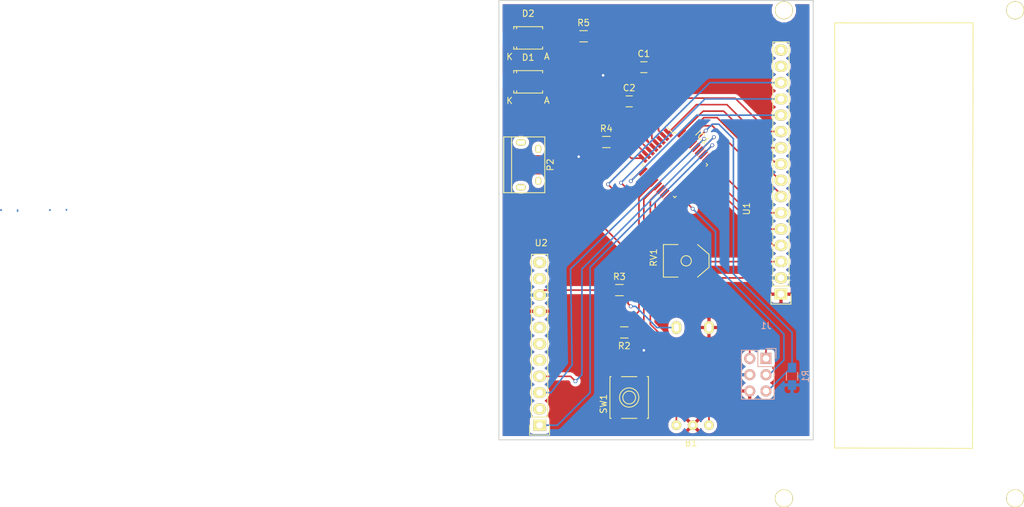
<source format=kicad_pcb>
(kicad_pcb (version 4) (host pcbnew 0.201508140901+6091~28~ubuntu14.04.1-product)

  (general
    (links 57)
    (no_connects 6)
    (area 13.132999 13.132999 103.707001 81.863001)
    (thickness 1.6)
    (drawings 6)
    (tracks 174)
    (zones 0)
    (modules 17)
    (nets 44)
  )

  (page A4)
  (layers
    (0 F.Cu signal)
    (31 B.Cu signal)
    (32 B.Adhes user)
    (33 F.Adhes user)
    (34 B.Paste user)
    (35 F.Paste user)
    (36 B.SilkS user)
    (37 F.SilkS user)
    (38 B.Mask user)
    (39 F.Mask user)
    (40 Dwgs.User user)
    (41 Cmts.User user)
    (42 Eco1.User user)
    (43 Eco2.User user)
    (44 Edge.Cuts user)
    (45 Margin user)
    (46 B.CrtYd user)
    (47 F.CrtYd user)
    (48 B.Fab user)
    (49 F.Fab user)
  )

  (setup
    (last_trace_width 0.25)
    (trace_clearance 0.2)
    (zone_clearance 0.508)
    (zone_45_only no)
    (trace_min 0.2)
    (segment_width 0.2)
    (edge_width 0.15)
    (via_size 0.6)
    (via_drill 0.4)
    (via_min_size 0.4)
    (via_min_drill 0.3)
    (uvia_size 0.3)
    (uvia_drill 0.1)
    (uvias_allowed no)
    (uvia_min_size 0.2)
    (uvia_min_drill 0.1)
    (pcb_text_width 0.3)
    (pcb_text_size 1.5 1.5)
    (mod_edge_width 0.15)
    (mod_text_size 1 1)
    (mod_text_width 0.15)
    (pad_size 1.524 2.032)
    (pad_drill 0.762)
    (pad_to_mask_clearance 0.2)
    (aux_axis_origin 0 0)
    (visible_elements FFFFF77F)
    (pcbplotparams
      (layerselection 0x00030_80000001)
      (usegerberextensions false)
      (excludeedgelayer true)
      (linewidth 0.100000)
      (plotframeref false)
      (viasonmask false)
      (mode 1)
      (useauxorigin false)
      (hpglpennumber 1)
      (hpglpenspeed 20)
      (hpglpendiameter 15)
      (hpglpenoverlay 2)
      (psnegative false)
      (psa4output false)
      (plotreference true)
      (plotvalue true)
      (plotinvisibletext false)
      (padsonsilk false)
      (subtractmaskfromsilk false)
      (outputformat 1)
      (mirror false)
      (drillshape 1)
      (scaleselection 1)
      (outputdirectory ""))
  )

  (net 0 "")
  (net 1 GND)
  (net 2 VCC)
  (net 3 "Net-(IC1-Pad16)")
  (net 4 "Net-(IC1-Pad15)")
  (net 5 "Net-(IC1-Pad17)")
  (net 6 "Net-(IC1-Pad29)")
  (net 7 /a-tune)
  (net 8 /set)
  (net 9 "Net-(IC1-Pad1)")
  (net 10 "Net-(IC1-Pad2)")
  (net 11 "Net-(IC1-Pad8)")
  (net 12 "Net-(IC1-Pad9)")
  (net 13 "Net-(IC1-Pad10)")
  (net 14 "Net-(IC1-Pad11)")
  (net 15 /A)
  (net 16 /B)
  (net 17 "Net-(IC1-Pad18)")
  (net 18 "Net-(IC1-Pad19)")
  (net 19 "Net-(IC1-Pad20)")
  (net 20 "Net-(IC1-Pad22)")
  (net 21 /RS)
  (net 22 /RW)
  (net 23 /EN)
  (net 24 "Net-(IC1-Pad26)")
  (net 25 "Net-(IC1-Pad27)")
  (net 26 "Net-(IC1-Pad28)")
  (net 27 "Net-(IC1-Pad30)")
  (net 28 "Net-(IC1-Pad31)")
  (net 29 "Net-(IC1-Pad32)")
  (net 30 "Net-(RV1-Pad2)")
  (net 31 "Net-(U1-Pad15)")
  (net 32 "Net-(U1-Pad16)")
  (net 33 "Net-(U2-Pad2)")
  (net 34 "Net-(U2-Pad5)")
  (net 35 "Net-(U2-Pad6)")
  (net 36 "Net-(U2-Pad7)")
  (net 37 "Net-(U2-Pad10)")
  (net 38 "Net-(U2-Pad11)")
  (net 39 "Net-(P2-Pad2)")
  (net 40 "Net-(P2-Pad3)")
  (net 41 "Net-(P2-Pad5)")
  (net 42 "Net-(D1-Pad2)")
  (net 43 "Net-(D2-Pad2)")

  (net_class Default "This is the default net class."
    (clearance 0.2)
    (trace_width 0.25)
    (via_dia 0.6)
    (via_drill 0.4)
    (uvia_dia 0.3)
    (uvia_drill 0.1)
    (add_net /A)
    (add_net /B)
    (add_net /EN)
    (add_net /RS)
    (add_net /RW)
    (add_net /a-tune)
    (add_net /set)
    (add_net GND)
    (add_net "Net-(D1-Pad2)")
    (add_net "Net-(D2-Pad2)")
    (add_net "Net-(IC1-Pad1)")
    (add_net "Net-(IC1-Pad10)")
    (add_net "Net-(IC1-Pad11)")
    (add_net "Net-(IC1-Pad15)")
    (add_net "Net-(IC1-Pad16)")
    (add_net "Net-(IC1-Pad17)")
    (add_net "Net-(IC1-Pad18)")
    (add_net "Net-(IC1-Pad19)")
    (add_net "Net-(IC1-Pad2)")
    (add_net "Net-(IC1-Pad20)")
    (add_net "Net-(IC1-Pad22)")
    (add_net "Net-(IC1-Pad26)")
    (add_net "Net-(IC1-Pad27)")
    (add_net "Net-(IC1-Pad28)")
    (add_net "Net-(IC1-Pad29)")
    (add_net "Net-(IC1-Pad30)")
    (add_net "Net-(IC1-Pad31)")
    (add_net "Net-(IC1-Pad32)")
    (add_net "Net-(IC1-Pad8)")
    (add_net "Net-(IC1-Pad9)")
    (add_net "Net-(P2-Pad2)")
    (add_net "Net-(P2-Pad3)")
    (add_net "Net-(P2-Pad5)")
    (add_net "Net-(RV1-Pad2)")
    (add_net "Net-(U1-Pad15)")
    (add_net "Net-(U1-Pad16)")
    (add_net "Net-(U2-Pad10)")
    (add_net "Net-(U2-Pad11)")
    (add_net "Net-(U2-Pad2)")
    (add_net "Net-(U2-Pad5)")
    (add_net "Net-(U2-Pad6)")
    (add_net "Net-(U2-Pad7)")
    (add_net VCC)
  )

  (module Pin_Headers:Pin_Header_Straight_2x03 (layer B.Cu) (tedit 54EA0A4B) (tstamp 5692DD2F)
    (at 54.864 69.088 180)
    (descr "Through hole pin header")
    (tags "pin header")
    (path /567F1617)
    (fp_text reference J1 (at 0 5.1 180) (layer B.SilkS)
      (effects (font (size 1 1) (thickness 0.15)) (justify mirror))
    )
    (fp_text value ISP_Header (at 0 3.1 180) (layer B.Fab)
      (effects (font (size 1 1) (thickness 0.15)) (justify mirror))
    )
    (fp_line (start -1.27 -1.27) (end -1.27 -6.35) (layer B.SilkS) (width 0.15))
    (fp_line (start -1.55 1.55) (end 0 1.55) (layer B.SilkS) (width 0.15))
    (fp_line (start -1.75 1.75) (end -1.75 -6.85) (layer B.CrtYd) (width 0.05))
    (fp_line (start 4.3 1.75) (end 4.3 -6.85) (layer B.CrtYd) (width 0.05))
    (fp_line (start -1.75 1.75) (end 4.3 1.75) (layer B.CrtYd) (width 0.05))
    (fp_line (start -1.75 -6.85) (end 4.3 -6.85) (layer B.CrtYd) (width 0.05))
    (fp_line (start 1.27 1.27) (end 1.27 -1.27) (layer B.SilkS) (width 0.15))
    (fp_line (start 1.27 -1.27) (end -1.27 -1.27) (layer B.SilkS) (width 0.15))
    (fp_line (start -1.27 -6.35) (end 3.81 -6.35) (layer B.SilkS) (width 0.15))
    (fp_line (start 3.81 -6.35) (end 3.81 -1.27) (layer B.SilkS) (width 0.15))
    (fp_line (start -1.55 1.55) (end -1.55 0) (layer B.SilkS) (width 0.15))
    (fp_line (start 3.81 1.27) (end 1.27 1.27) (layer B.SilkS) (width 0.15))
    (fp_line (start 3.81 -1.27) (end 3.81 1.27) (layer B.SilkS) (width 0.15))
    (pad 1 thru_hole rect (at 0 0 180) (size 1.7272 1.7272) (drill 1.016) (layers *.Cu *.Mask B.SilkS)
      (net 3 "Net-(IC1-Pad16)"))
    (pad 2 thru_hole oval (at 2.54 0 180) (size 1.7272 1.7272) (drill 1.016) (layers *.Cu *.Mask B.SilkS)
      (net 4 "Net-(IC1-Pad15)"))
    (pad 3 thru_hole oval (at 0 -2.54 180) (size 1.7272 1.7272) (drill 1.016) (layers *.Cu *.Mask B.SilkS)
      (net 5 "Net-(IC1-Pad17)"))
    (pad 4 thru_hole oval (at 2.54 -2.54 180) (size 1.7272 1.7272) (drill 1.016) (layers *.Cu *.Mask B.SilkS)
      (net 2 VCC))
    (pad 5 thru_hole oval (at 0 -5.08 180) (size 1.7272 1.7272) (drill 1.016) (layers *.Cu *.Mask B.SilkS)
      (net 6 "Net-(IC1-Pad29)"))
    (pad 6 thru_hole oval (at 2.54 -5.08 180) (size 1.7272 1.7272) (drill 1.016) (layers *.Cu *.Mask B.SilkS)
      (net 1 GND))
    (model Pin_Headers.3dshapes/Pin_Header_Straight_2x03.wrl
      (at (xyz 0.05 -0.1 0))
      (scale (xyz 1 1 1))
      (rotate (xyz 0 0 90))
    )
  )

  (module Buttons_Switches_SMD:SW_SPST_EVQP0 (layer F.Cu) (tedit 55DAF695) (tstamp 5692DD8C)
    (at 33.528 75.184 90)
    (descr "Light Touch Switch")
    (path /567F2144)
    (attr smd)
    (fp_text reference SW1 (at -1 -4 90) (layer F.SilkS)
      (effects (font (size 1 1) (thickness 0.15)))
    )
    (fp_text value SW_PUSH (at 0 0 90) (layer F.Fab)
      (effects (font (size 1 1) (thickness 0.15)))
    )
    (fp_line (start -5.25 -3.25) (end 5.25 -3.25) (layer F.CrtYd) (width 0.05))
    (fp_line (start 5.25 -3.25) (end 5.25 3.25) (layer F.CrtYd) (width 0.05))
    (fp_line (start 5.25 3.25) (end -5.25 3.25) (layer F.CrtYd) (width 0.05))
    (fp_line (start -5.25 3.25) (end -5.25 -3.25) (layer F.CrtYd) (width 0.05))
    (fp_line (start 3.25 -3) (end 3.25 -2.8) (layer F.SilkS) (width 0.15))
    (fp_line (start 3.25 3) (end 3.25 2.8) (layer F.SilkS) (width 0.15))
    (fp_line (start -3.25 3) (end -3.25 2.8) (layer F.SilkS) (width 0.15))
    (fp_line (start -3.25 -3) (end -3.25 -2.8) (layer F.SilkS) (width 0.15))
    (fp_line (start -3.25 -1.2) (end -3.25 1.2) (layer F.SilkS) (width 0.15))
    (fp_line (start 3.25 -1.2) (end 3.25 1.2) (layer F.SilkS) (width 0.15))
    (fp_line (start 3.25 -3) (end -3.25 -3) (layer F.SilkS) (width 0.15))
    (fp_line (start -3.25 3) (end 3.25 3) (layer F.SilkS) (width 0.15))
    (fp_circle (center 0 0) (end 1 0) (layer F.SilkS) (width 0.15))
    (fp_circle (center 0 0) (end 1.5 0) (layer F.SilkS) (width 0.15))
    (pad 1 smd rect (at 3.4 -2 90) (size 3.2 1) (layers F.Cu F.Paste F.Mask)
      (net 7 /a-tune))
    (pad 1 smd rect (at -3.4 -2 90) (size 3.2 1) (layers F.Cu F.Paste F.Mask)
      (net 7 /a-tune))
    (pad 2 smd rect (at -3.4 2 90) (size 3.2 1) (layers F.Cu F.Paste F.Mask)
      (net 1 GND))
    (pad 2 smd rect (at 3.4 2 90) (size 3.2 1) (layers F.Cu F.Paste F.Mask)
      (net 1 GND))
  )

  (module Housings_QFP:TQFP-32_7x7mm_Pitch0.8mm (layer F.Cu) (tedit 54130A77) (tstamp 5692E491)
    (at 40.64 38.862 315)
    (descr "32-Lead Plastic Thin Quad Flatpack (PT) - 7x7x1.0 mm Body, 2.00 mm [TQFP] (see Microchip Packaging Specification 00000049BS.pdf)")
    (tags "QFP 0.8")
    (path /56677825)
    (attr smd)
    (fp_text reference IC1 (at 0 -6.05 315) (layer F.SilkS)
      (effects (font (size 1 1) (thickness 0.15)))
    )
    (fp_text value ATMEGA328P-A (at 0 6.05 315) (layer F.Fab)
      (effects (font (size 1 1) (thickness 0.15)))
    )
    (fp_line (start -5.3 -5.3) (end -5.3 5.3) (layer F.CrtYd) (width 0.05))
    (fp_line (start 5.3 -5.3) (end 5.3 5.3) (layer F.CrtYd) (width 0.05))
    (fp_line (start -5.3 -5.3) (end 5.3 -5.3) (layer F.CrtYd) (width 0.05))
    (fp_line (start -5.3 5.3) (end 5.3 5.3) (layer F.CrtYd) (width 0.05))
    (fp_line (start -3.625 -3.625) (end -3.625 -3.3) (layer F.SilkS) (width 0.15))
    (fp_line (start 3.625 -3.625) (end 3.625 -3.3) (layer F.SilkS) (width 0.15))
    (fp_line (start 3.625 3.625) (end 3.625 3.3) (layer F.SilkS) (width 0.15))
    (fp_line (start -3.625 3.625) (end -3.625 3.3) (layer F.SilkS) (width 0.15))
    (fp_line (start -3.625 -3.625) (end -3.3 -3.625) (layer F.SilkS) (width 0.15))
    (fp_line (start -3.625 3.625) (end -3.3 3.625) (layer F.SilkS) (width 0.15))
    (fp_line (start 3.625 3.625) (end 3.3 3.625) (layer F.SilkS) (width 0.15))
    (fp_line (start 3.625 -3.625) (end 3.3 -3.625) (layer F.SilkS) (width 0.15))
    (fp_line (start -3.625 -3.3) (end -5.05 -3.3) (layer F.SilkS) (width 0.15))
    (pad 1 smd rect (at -4.25 -2.8 315) (size 1.6 0.55) (layers F.Cu F.Paste F.Mask)
      (net 9 "Net-(IC1-Pad1)"))
    (pad 2 smd rect (at -4.25 -2 315) (size 1.6 0.55) (layers F.Cu F.Paste F.Mask)
      (net 10 "Net-(IC1-Pad2)"))
    (pad 3 smd rect (at -4.25 -1.2 315) (size 1.6 0.55) (layers F.Cu F.Paste F.Mask)
      (net 1 GND))
    (pad 4 smd rect (at -4.25 -0.4 315) (size 1.6 0.55) (layers F.Cu F.Paste F.Mask)
      (net 2 VCC))
    (pad 5 smd rect (at -4.25 0.4 315) (size 1.6 0.55) (layers F.Cu F.Paste F.Mask)
      (net 1 GND))
    (pad 6 smd rect (at -4.25 1.2 315) (size 1.6 0.55) (layers F.Cu F.Paste F.Mask)
      (net 2 VCC))
    (pad 7 smd rect (at -4.25 2 315) (size 1.6 0.55) (layers F.Cu F.Paste F.Mask)
      (net 8 /set))
    (pad 8 smd rect (at -4.25 2.8 315) (size 1.6 0.55) (layers F.Cu F.Paste F.Mask)
      (net 11 "Net-(IC1-Pad8)"))
    (pad 9 smd rect (at -2.8 4.25 45) (size 1.6 0.55) (layers F.Cu F.Paste F.Mask)
      (net 12 "Net-(IC1-Pad9)"))
    (pad 10 smd rect (at -2 4.25 45) (size 1.6 0.55) (layers F.Cu F.Paste F.Mask)
      (net 13 "Net-(IC1-Pad10)"))
    (pad 11 smd rect (at -1.2 4.25 45) (size 1.6 0.55) (layers F.Cu F.Paste F.Mask)
      (net 14 "Net-(IC1-Pad11)"))
    (pad 12 smd rect (at -0.4 4.25 45) (size 1.6 0.55) (layers F.Cu F.Paste F.Mask)
      (net 7 /a-tune))
    (pad 13 smd rect (at 0.4 4.25 45) (size 1.6 0.55) (layers F.Cu F.Paste F.Mask)
      (net 15 /A))
    (pad 14 smd rect (at 1.2 4.25 45) (size 1.6 0.55) (layers F.Cu F.Paste F.Mask)
      (net 16 /B))
    (pad 15 smd rect (at 2 4.25 45) (size 1.6 0.55) (layers F.Cu F.Paste F.Mask)
      (net 4 "Net-(IC1-Pad15)"))
    (pad 16 smd rect (at 2.8 4.25 45) (size 1.6 0.55) (layers F.Cu F.Paste F.Mask)
      (net 3 "Net-(IC1-Pad16)"))
    (pad 17 smd rect (at 4.25 2.8 315) (size 1.6 0.55) (layers F.Cu F.Paste F.Mask)
      (net 5 "Net-(IC1-Pad17)"))
    (pad 18 smd rect (at 4.25 2 315) (size 1.6 0.55) (layers F.Cu F.Paste F.Mask)
      (net 17 "Net-(IC1-Pad18)"))
    (pad 19 smd rect (at 4.25 1.2 315) (size 1.6 0.55) (layers F.Cu F.Paste F.Mask)
      (net 18 "Net-(IC1-Pad19)"))
    (pad 20 smd rect (at 4.25 0.4 315) (size 1.6 0.55) (layers F.Cu F.Paste F.Mask)
      (net 19 "Net-(IC1-Pad20)"))
    (pad 21 smd rect (at 4.25 -0.4 315) (size 1.6 0.55) (layers F.Cu F.Paste F.Mask)
      (net 1 GND))
    (pad 22 smd rect (at 4.25 -1.2 315) (size 1.6 0.55) (layers F.Cu F.Paste F.Mask)
      (net 20 "Net-(IC1-Pad22)"))
    (pad 23 smd rect (at 4.25 -2 315) (size 1.6 0.55) (layers F.Cu F.Paste F.Mask)
      (net 21 /RS))
    (pad 24 smd rect (at 4.25 -2.8 315) (size 1.6 0.55) (layers F.Cu F.Paste F.Mask)
      (net 22 /RW))
    (pad 25 smd rect (at 2.8 -4.25 45) (size 1.6 0.55) (layers F.Cu F.Paste F.Mask)
      (net 23 /EN))
    (pad 26 smd rect (at 2 -4.25 45) (size 1.6 0.55) (layers F.Cu F.Paste F.Mask)
      (net 24 "Net-(IC1-Pad26)"))
    (pad 27 smd rect (at 1.2 -4.25 45) (size 1.6 0.55) (layers F.Cu F.Paste F.Mask)
      (net 25 "Net-(IC1-Pad27)"))
    (pad 28 smd rect (at 0.4 -4.25 45) (size 1.6 0.55) (layers F.Cu F.Paste F.Mask)
      (net 26 "Net-(IC1-Pad28)"))
    (pad 29 smd rect (at -0.4 -4.25 45) (size 1.6 0.55) (layers F.Cu F.Paste F.Mask)
      (net 6 "Net-(IC1-Pad29)"))
    (pad 30 smd rect (at -1.2 -4.25 45) (size 1.6 0.55) (layers F.Cu F.Paste F.Mask)
      (net 27 "Net-(IC1-Pad30)"))
    (pad 31 smd rect (at -2 -4.25 45) (size 1.6 0.55) (layers F.Cu F.Paste F.Mask)
      (net 28 "Net-(IC1-Pad31)"))
    (pad 32 smd rect (at -2.8 -4.25 45) (size 1.6 0.55) (layers F.Cu F.Paste F.Mask)
      (net 29 "Net-(IC1-Pad32)"))
    (model Housings_QFP.3dshapes/TQFP-32_7x7mm_Pitch0.8mm.wrl
      (at (xyz 0 0 0))
      (scale (xyz 1 1 1))
      (rotate (xyz 0 0 0))
    )
  )

  (module SMD_Packages:POT_SMD (layer F.Cu) (tedit 56CA7480) (tstamp 5692E49F)
    (at 42.418 53.848 270)
    (descr "module CMS Potentiometre")
    (tags "CMS POT")
    (path /56920BBA)
    (attr smd)
    (fp_text reference RV1 (at -0.508 5.08 270) (layer F.SilkS)
      (effects (font (size 1 1) (thickness 0.15)))
    )
    (fp_text value POT (at -0.508 -5.08 450) (layer F.Fab)
      (effects (font (size 1 1) (thickness 0.15)))
    )
    (fp_line (start -2.54 1.27) (end -2.54 3.556) (layer F.SilkS) (width 0.15))
    (fp_line (start -2.54 3.556) (end 2.54 3.556) (layer F.SilkS) (width 0.15))
    (fp_line (start 2.54 3.556) (end 2.54 1.27) (layer F.SilkS) (width 0.15))
    (fp_line (start -2.54 -1.778) (end -1.016 -3.556) (layer F.SilkS) (width 0.15))
    (fp_line (start -1.016 -3.556) (end 1.016 -3.556) (layer F.SilkS) (width 0.15))
    (fp_line (start 1.016 -3.556) (end 2.54 -1.778) (layer F.SilkS) (width 0.15))
    (fp_circle (center 0 0) (end 0.254 -0.762) (layer F.SilkS) (width 0.15))
    (pad 1 smd rect (at -1.27 2.54 270) (size 1.27 1.524) (layers F.Cu F.Paste F.Mask)
      (net 1 GND))
    (pad 2 smd rect (at 0 -2.54 270) (size 1.27 1.524) (layers F.Cu F.Paste F.Mask)
      (net 30 "Net-(RV1-Pad2)"))
    (pad 3 smd rect (at 1.27 2.54 270) (size 1.27 1.524) (layers F.Cu F.Paste F.Mask)
      (net 2 VCC))
  )

  (module fm_tuner:16x2_LCD (layer F.Cu) (tedit 5692F2E0) (tstamp 569320AB)
    (at 57.658 90.932 90)
    (descr "16x2 LCD footprint qith 16 pins")
    (tags "pin header")
    (path /567F157A)
    (fp_text reference U1 (at 45.212 -5.8166 90) (layer F.SilkS)
      (effects (font (size 1 1) (thickness 0.15)))
    )
    (fp_text value 16x2_LCD (at 31.877 -5.6896 90) (layer F.Fab)
      (effects (font (size 1 1) (thickness 0.15)))
    )
    (fp_line (start 74.2188 8.9154) (end 74.2442 29.4894) (layer F.SilkS) (width 0.15))
    (fp_line (start 74.2442 29.4894) (end 7.7978 29.4132) (layer F.SilkS) (width 0.15))
    (fp_line (start 7.7978 29.4132) (end 7.874 7.8994) (layer F.SilkS) (width 0.15))
    (fp_line (start 7.874 7.8994) (end 74.1934 7.9248) (layer F.SilkS) (width 0.15))
    (fp_line (start 74.1934 7.9248) (end 74.295 9.0932) (layer F.SilkS) (width 0.15))
    (fp_line (start 30.127 1.2928) (end 71.727 1.2928) (layer F.CrtYd) (width 0.05))
    (fp_line (start 30.127 -2.2072) (end 71.727 -2.2072) (layer F.CrtYd) (width 0.05))
    (fp_line (start 30.127 1.2928) (end 30.127 -2.2072) (layer F.CrtYd) (width 0.05))
    (fp_line (start 71.727 1.2928) (end 71.727 -2.2072) (layer F.CrtYd) (width 0.05))
    (fp_line (start 33.147 0.8128) (end 71.247 0.8128) (layer F.SilkS) (width 0.15))
    (fp_line (start 71.247 0.8128) (end 71.247 -1.7272) (layer F.SilkS) (width 0.15))
    (fp_line (start 71.247 -1.7272) (end 33.147 -1.7272) (layer F.SilkS) (width 0.15))
    (fp_line (start 30.327 -2.0072) (end 31.877 -2.0072) (layer F.SilkS) (width 0.15))
    (fp_line (start 33.147 -1.7272) (end 33.147 0.8128) (layer F.SilkS) (width 0.15))
    (fp_line (start 31.877 1.0928) (end 30.327 1.0928) (layer F.SilkS) (width 0.15))
    (fp_line (start 30.327 1.0928) (end 30.327 -2.0072) (layer F.SilkS) (width 0.15))
    (pad 1 thru_hole rect (at 31.877 -0.4572 180) (size 2.032 1.7272) (drill 1.016) (layers *.Cu *.Mask F.SilkS)
      (net 1 GND))
    (pad 2 thru_hole oval (at 34.417 -0.4572 180) (size 2.032 1.7272) (drill 1.016) (layers *.Cu *.Mask F.SilkS)
      (net 2 VCC))
    (pad 3 thru_hole oval (at 36.957 -0.4572 180) (size 2.032 1.7272) (drill 1.016) (layers *.Cu *.Mask F.SilkS)
      (net 30 "Net-(RV1-Pad2)"))
    (pad 4 thru_hole oval (at 39.497 -0.4572 180) (size 2.032 1.7272) (drill 1.016) (layers *.Cu *.Mask F.SilkS)
      (net 21 /RS))
    (pad 5 thru_hole oval (at 42.037 -0.4572 180) (size 2.032 1.7272) (drill 1.016) (layers *.Cu *.Mask F.SilkS)
      (net 22 /RW))
    (pad 6 thru_hole oval (at 44.577 -0.4572 180) (size 2.032 1.7272) (drill 1.016) (layers *.Cu *.Mask F.SilkS)
      (net 23 /EN))
    (pad 7 thru_hole oval (at 47.117 -0.4572 180) (size 2.032 1.7272) (drill 1.016) (layers *.Cu *.Mask F.SilkS)
      (net 27 "Net-(IC1-Pad30)"))
    (pad 8 thru_hole oval (at 49.657 -0.4572 180) (size 2.032 1.7272) (drill 1.016) (layers *.Cu *.Mask F.SilkS)
      (net 28 "Net-(IC1-Pad31)"))
    (pad 9 thru_hole oval (at 52.197 -0.4572 180) (size 2.032 1.7272) (drill 1.016) (layers *.Cu *.Mask F.SilkS)
      (net 29 "Net-(IC1-Pad32)"))
    (pad 10 thru_hole oval (at 54.737 -0.4572 180) (size 2.032 1.7272) (drill 1.016) (layers *.Cu *.Mask F.SilkS)
      (net 9 "Net-(IC1-Pad1)"))
    (pad 11 thru_hole oval (at 57.277 -0.4572 180) (size 2.032 1.7272) (drill 1.016) (layers *.Cu *.Mask F.SilkS)
      (net 10 "Net-(IC1-Pad2)"))
    (pad 12 thru_hole oval (at 59.817 -0.4572 180) (size 2.032 1.7272) (drill 1.016) (layers *.Cu *.Mask F.SilkS)
      (net 12 "Net-(IC1-Pad9)"))
    (pad 13 thru_hole oval (at 62.357 -0.4572 180) (size 2.032 1.7272) (drill 1.016) (layers *.Cu *.Mask F.SilkS)
      (net 13 "Net-(IC1-Pad10)"))
    (pad 14 thru_hole oval (at 64.897 -0.4572 180) (size 2.032 1.7272) (drill 1.016) (layers *.Cu *.Mask F.SilkS)
      (net 14 "Net-(IC1-Pad11)"))
    (pad 15 thru_hole oval (at 67.437 -0.4572 180) (size 2.032 1.7272) (drill 1.016) (layers *.Cu *.Mask F.SilkS)
      (net 31 "Net-(U1-Pad15)"))
    (pad 16 thru_hole oval (at 69.977 -0.4572 180) (size 2.032 1.7272) (drill 1.016) (layers *.Cu *.Mask F.SilkS)
      (net 32 "Net-(U1-Pad16)"))
    (pad "" np_thru_hole circle (at 0 0 90) (size 2.794 2.794) (drill 2.54) (layers *.Cu *.Mask F.SilkS))
    (pad "" np_thru_hole circle (at 76.2 0 90) (size 2.794 2.794) (drill 2.54) (layers *.Cu *.Mask F.SilkS))
    (pad "" np_thru_hole circle (at 76.2 36.068 90) (size 2.794 2.794) (drill 2.54) (layers *.Cu *.Mask F.SilkS))
    (pad "" np_thru_hole circle (at 0 36.068 90) (size 2.794 2.794) (drill 2.54) (layers *.Cu *.Mask F.SilkS))
    (model Pin_Headers.3dshapes/Pin_Header_Straight_1x16.wrl
      (at (xyz 0 -0.75 0))
      (scale (xyz 1 1 1))
      (rotate (xyz 0 0 90))
    )
  )

  (module Pin_Headers:Pin_Header_Straight_1x11 (layer F.Cu) (tedit 56CA8593) (tstamp 569322C6)
    (at 19.558 79.502 180)
    (descr "Through hole pin header")
    (tags "pin header")
    (path /567F14F3)
    (fp_text reference U2 (at -0.254 28.448 180) (layer F.SilkS)
      (effects (font (size 1 1) (thickness 0.15)))
    )
    (fp_text value si4713_module (at -1.27 30.48 180) (layer F.Fab)
      (effects (font (size 1 1) (thickness 0.15)))
    )
    (fp_line (start -1.75 -1.75) (end -1.75 27.15) (layer F.CrtYd) (width 0.05))
    (fp_line (start 1.75 -1.75) (end 1.75 27.15) (layer F.CrtYd) (width 0.05))
    (fp_line (start -1.75 -1.75) (end 1.75 -1.75) (layer F.CrtYd) (width 0.05))
    (fp_line (start -1.75 27.15) (end 1.75 27.15) (layer F.CrtYd) (width 0.05))
    (fp_line (start 1.27 1.27) (end 1.27 26.67) (layer F.SilkS) (width 0.15))
    (fp_line (start 1.27 26.67) (end -1.27 26.67) (layer F.SilkS) (width 0.15))
    (fp_line (start -1.27 26.67) (end -1.27 1.27) (layer F.SilkS) (width 0.15))
    (fp_line (start 1.55 -1.55) (end 1.55 0) (layer F.SilkS) (width 0.15))
    (fp_line (start 1.27 1.27) (end -1.27 1.27) (layer F.SilkS) (width 0.15))
    (fp_line (start -1.55 0) (end -1.55 -1.55) (layer F.SilkS) (width 0.15))
    (fp_line (start -1.55 -1.55) (end 1.55 -1.55) (layer F.SilkS) (width 0.15))
    (pad 1 thru_hole rect (at 0 0 180) (size 2.032 1.7272) (drill 1.016) (layers *.Cu *.Mask F.SilkS)
      (net 24 "Net-(IC1-Pad26)"))
    (pad 2 thru_hole oval (at 0 2.54 180) (size 2.032 1.7272) (drill 1.016) (layers *.Cu *.Mask F.SilkS)
      (net 33 "Net-(U2-Pad2)"))
    (pad 3 thru_hole oval (at 0 5.08 180) (size 2.032 1.7272) (drill 1.016) (layers *.Cu *.Mask F.SilkS)
      (net 26 "Net-(IC1-Pad28)"))
    (pad 4 thru_hole oval (at 0 7.62 180) (size 2.032 1.7272) (drill 1.016) (layers *.Cu *.Mask F.SilkS)
      (net 25 "Net-(IC1-Pad27)"))
    (pad 5 thru_hole oval (at 0 10.16 180) (size 2.032 1.7272) (drill 1.016) (layers *.Cu *.Mask F.SilkS)
      (net 34 "Net-(U2-Pad5)"))
    (pad 6 thru_hole oval (at 0 12.7 180) (size 2.032 1.7272) (drill 1.016) (layers *.Cu *.Mask F.SilkS)
      (net 35 "Net-(U2-Pad6)"))
    (pad 7 thru_hole oval (at 0 15.24 180) (size 2.032 1.7272) (drill 1.016) (layers *.Cu *.Mask F.SilkS)
      (net 36 "Net-(U2-Pad7)"))
    (pad 8 thru_hole oval (at 0 17.78 180) (size 2.032 1.7272) (drill 1.016) (layers *.Cu *.Mask F.SilkS)
      (net 1 GND))
    (pad 9 thru_hole oval (at 0 20.32 180) (size 2.032 1.7272) (drill 1.016) (layers *.Cu *.Mask F.SilkS)
      (net 2 VCC))
    (pad 10 thru_hole oval (at 0 22.86 180) (size 2.032 1.7272) (drill 1.016) (layers *.Cu *.Mask F.SilkS)
      (net 37 "Net-(U2-Pad10)"))
    (pad 11 thru_hole oval (at 0 25.4 180) (size 2.032 1.7272) (drill 1.016) (layers *.Cu *.Mask F.SilkS)
      (net 38 "Net-(U2-Pad11)"))
    (model Pin_Headers.3dshapes/Pin_Header_Straight_1x11.wrl
      (at (xyz 0 -0.5 0))
      (scale (xyz 1 1 1))
      (rotate (xyz 0 0 90))
    )
  )

  (module Connect:USB_Micro-B (layer F.Cu) (tedit 5543E447) (tstamp 5693256A)
    (at 17.78 38.862 270)
    (descr "Micro USB Type B Receptacle")
    (tags "USB USB_B USB_micro USB_OTG")
    (path /5693204F)
    (attr smd)
    (fp_text reference P2 (at 0 -3.45 270) (layer F.SilkS)
      (effects (font (size 1 1) (thickness 0.15)))
    )
    (fp_text value USB_B (at 0 4.8 270) (layer F.Fab)
      (effects (font (size 1 1) (thickness 0.15)))
    )
    (fp_line (start -4.6 -2.8) (end 4.6 -2.8) (layer F.CrtYd) (width 0.05))
    (fp_line (start 4.6 -2.8) (end 4.6 4.05) (layer F.CrtYd) (width 0.05))
    (fp_line (start 4.6 4.05) (end -4.6 4.05) (layer F.CrtYd) (width 0.05))
    (fp_line (start -4.6 4.05) (end -4.6 -2.8) (layer F.CrtYd) (width 0.05))
    (fp_line (start -4.3509 3.81746) (end 4.3491 3.81746) (layer F.SilkS) (width 0.15))
    (fp_line (start -4.3509 -2.58754) (end 4.3491 -2.58754) (layer F.SilkS) (width 0.15))
    (fp_line (start 4.3491 -2.58754) (end 4.3491 3.81746) (layer F.SilkS) (width 0.15))
    (fp_line (start 4.3491 2.58746) (end -4.3509 2.58746) (layer F.SilkS) (width 0.15))
    (fp_line (start -4.3509 3.81746) (end -4.3509 -2.58754) (layer F.SilkS) (width 0.15))
    (pad 1 smd rect (at -1.3009 -1.56254) (size 1.35 0.4) (layers F.Cu F.Paste F.Mask)
      (net 2 VCC))
    (pad 2 smd rect (at -0.6509 -1.56254) (size 1.35 0.4) (layers F.Cu F.Paste F.Mask)
      (net 39 "Net-(P2-Pad2)"))
    (pad 3 smd rect (at -0.0009 -1.56254) (size 1.35 0.4) (layers F.Cu F.Paste F.Mask)
      (net 40 "Net-(P2-Pad3)"))
    (pad 4 smd rect (at 0.6491 -1.56254) (size 1.35 0.4) (layers F.Cu F.Paste F.Mask)
      (net 1 GND))
    (pad 5 smd rect (at 1.2991 -1.56254) (size 1.35 0.4) (layers F.Cu F.Paste F.Mask)
      (net 41 "Net-(P2-Pad5)"))
    (pad 6 thru_hole oval (at -2.5009 -1.56254) (size 0.95 1.25) (drill oval 0.55 0.85) (layers *.Cu *.Mask F.SilkS))
    (pad 6 thru_hole oval (at 2.4991 -1.56254) (size 0.95 1.25) (drill oval 0.55 0.85) (layers *.Cu *.Mask F.SilkS))
    (pad 6 thru_hole oval (at -3.5009 1.13746) (size 1.55 1) (drill oval 1.15 0.5) (layers *.Cu *.Mask F.SilkS))
    (pad 6 thru_hole oval (at 3.4991 1.13746) (size 1.55 1) (drill oval 1.15 0.5) (layers *.Cu *.Mask F.SilkS))
  )

  (module fm_tuner:rotary_encoder (layer F.Cu) (tedit 569329DC) (tstamp 56932A80)
    (at 40.894 64.262)
    (path /567F1686)
    (fp_text reference B1 (at 2.286 18.034) (layer F.SilkS)
      (effects (font (size 1 1) (thickness 0.15)))
    )
    (fp_text value Rotary_encoder (at 5.4356 -2.6162) (layer F.Fab)
      (effects (font (size 1 1) (thickness 0.15)))
    )
    (pad 4 thru_hole oval (at 0 0) (size 1.524 2.032) (drill oval 0.762 1.27) (layers *.Cu *.Mask F.SilkS)
      (net 8 /set))
    (pad 5 thru_hole oval (at 5.08 0) (size 1.524 2.032) (drill oval 0.762 1.27) (layers *.Cu *.Mask F.SilkS)
      (net 1 GND))
    (pad 1 thru_hole circle (at 0 15.24) (size 1.524 1.524) (drill 0.762) (layers *.Cu *.Mask F.SilkS)
      (net 15 /A))
    (pad 2 thru_hole circle (at 2.54 15.24) (size 1.524 1.524) (drill 0.762) (layers *.Cu *.Mask F.SilkS)
      (net 1 GND))
    (pad 3 thru_hole circle (at 5.08 15.24) (size 1.524 1.524) (drill 0.762) (layers *.Cu *.Mask F.SilkS)
      (net 16 /B))
  )

  (module Diodes_SMD:SMA_Standard (layer F.Cu) (tedit 552FF239) (tstamp 56A1B245)
    (at 17.78 25.908)
    (descr "Diode SMA")
    (tags "Diode SMA")
    (path /56A1BB54)
    (attr smd)
    (fp_text reference D1 (at 0 -3.81) (layer F.SilkS)
      (effects (font (size 1 1) (thickness 0.15)))
    )
    (fp_text value Led_Small (at 0 4.3) (layer F.Fab)
      (effects (font (size 1 1) (thickness 0.15)))
    )
    (fp_line (start -3.5 -2) (end 3.5 -2) (layer F.CrtYd) (width 0.05))
    (fp_line (start 3.5 -2) (end 3.5 2) (layer F.CrtYd) (width 0.05))
    (fp_line (start 3.5 2) (end -3.5 2) (layer F.CrtYd) (width 0.05))
    (fp_line (start -3.5 2) (end -3.5 -2) (layer F.CrtYd) (width 0.05))
    (fp_text user K (at -2.9 2.95) (layer F.SilkS)
      (effects (font (size 1 1) (thickness 0.15)))
    )
    (fp_text user A (at 2.9 2.9) (layer F.SilkS)
      (effects (font (size 1 1) (thickness 0.15)))
    )
    (fp_circle (center 0 0) (end 0.20066 -0.0508) (layer F.Adhes) (width 0.381))
    (fp_line (start -1.79914 1.75006) (end -1.79914 1.39954) (layer F.SilkS) (width 0.15))
    (fp_line (start -1.79914 -1.75006) (end -1.79914 -1.39954) (layer F.SilkS) (width 0.15))
    (fp_line (start 2.25044 1.75006) (end 2.25044 1.39954) (layer F.SilkS) (width 0.15))
    (fp_line (start -2.25044 1.75006) (end -2.25044 1.39954) (layer F.SilkS) (width 0.15))
    (fp_line (start -2.25044 -1.75006) (end -2.25044 -1.39954) (layer F.SilkS) (width 0.15))
    (fp_line (start 2.25044 -1.75006) (end 2.25044 -1.39954) (layer F.SilkS) (width 0.15))
    (fp_line (start -2.25044 1.75006) (end 2.25044 1.75006) (layer F.SilkS) (width 0.15))
    (fp_line (start -2.25044 -1.75006) (end 2.25044 -1.75006) (layer F.SilkS) (width 0.15))
    (pad 1 smd rect (at -1.99898 0) (size 2.49936 1.80086) (layers F.Cu F.Paste F.Mask)
      (net 1 GND))
    (pad 2 smd rect (at 1.99898 0) (size 2.49936 1.80086) (layers F.Cu F.Paste F.Mask)
      (net 42 "Net-(D1-Pad2)"))
    (model Diodes_SMD.3dshapes/SMA_Standard.wrl
      (at (xyz 0 0 0))
      (scale (xyz 0.3937 0.3937 0.3937))
      (rotate (xyz 0 0 180))
    )
  )

  (module Diodes_SMD:SMA_Standard (layer F.Cu) (tedit 552FF239) (tstamp 56A1B24B)
    (at 17.78 19.05)
    (descr "Diode SMA")
    (tags "Diode SMA")
    (path /56A1B96D)
    (attr smd)
    (fp_text reference D2 (at 0 -3.81) (layer F.SilkS)
      (effects (font (size 1 1) (thickness 0.15)))
    )
    (fp_text value Led_Small (at 0 4.3) (layer F.Fab)
      (effects (font (size 1 1) (thickness 0.15)))
    )
    (fp_line (start -3.5 -2) (end 3.5 -2) (layer F.CrtYd) (width 0.05))
    (fp_line (start 3.5 -2) (end 3.5 2) (layer F.CrtYd) (width 0.05))
    (fp_line (start 3.5 2) (end -3.5 2) (layer F.CrtYd) (width 0.05))
    (fp_line (start -3.5 2) (end -3.5 -2) (layer F.CrtYd) (width 0.05))
    (fp_text user K (at -2.9 2.95) (layer F.SilkS)
      (effects (font (size 1 1) (thickness 0.15)))
    )
    (fp_text user A (at 2.9 2.9) (layer F.SilkS)
      (effects (font (size 1 1) (thickness 0.15)))
    )
    (fp_circle (center 0 0) (end 0.20066 -0.0508) (layer F.Adhes) (width 0.381))
    (fp_line (start -1.79914 1.75006) (end -1.79914 1.39954) (layer F.SilkS) (width 0.15))
    (fp_line (start -1.79914 -1.75006) (end -1.79914 -1.39954) (layer F.SilkS) (width 0.15))
    (fp_line (start 2.25044 1.75006) (end 2.25044 1.39954) (layer F.SilkS) (width 0.15))
    (fp_line (start -2.25044 1.75006) (end -2.25044 1.39954) (layer F.SilkS) (width 0.15))
    (fp_line (start -2.25044 -1.75006) (end -2.25044 -1.39954) (layer F.SilkS) (width 0.15))
    (fp_line (start 2.25044 -1.75006) (end 2.25044 -1.39954) (layer F.SilkS) (width 0.15))
    (fp_line (start -2.25044 1.75006) (end 2.25044 1.75006) (layer F.SilkS) (width 0.15))
    (fp_line (start -2.25044 -1.75006) (end 2.25044 -1.75006) (layer F.SilkS) (width 0.15))
    (pad 1 smd rect (at -1.99898 0) (size 2.49936 1.80086) (layers F.Cu F.Paste F.Mask)
      (net 1 GND))
    (pad 2 smd rect (at 1.99898 0) (size 2.49936 1.80086) (layers F.Cu F.Paste F.Mask)
      (net 43 "Net-(D2-Pad2)"))
    (model Diodes_SMD.3dshapes/SMA_Standard.wrl
      (at (xyz 0 0 0))
      (scale (xyz 0.3937 0.3937 0.3937))
      (rotate (xyz 0 0 180))
    )
  )

  (module Capacitors_SMD:C_0805_HandSoldering (layer F.Cu) (tedit 541A9B8D) (tstamp 56CA6F64)
    (at 35.814 23.622)
    (descr "Capacitor SMD 0805, hand soldering")
    (tags "capacitor 0805")
    (path /5691EF11)
    (attr smd)
    (fp_text reference C1 (at 0 -2.1) (layer F.SilkS)
      (effects (font (size 1 1) (thickness 0.15)))
    )
    (fp_text value 100n (at 0 2.1) (layer F.Fab)
      (effects (font (size 1 1) (thickness 0.15)))
    )
    (fp_line (start -2.3 -1) (end 2.3 -1) (layer F.CrtYd) (width 0.05))
    (fp_line (start -2.3 1) (end 2.3 1) (layer F.CrtYd) (width 0.05))
    (fp_line (start -2.3 -1) (end -2.3 1) (layer F.CrtYd) (width 0.05))
    (fp_line (start 2.3 -1) (end 2.3 1) (layer F.CrtYd) (width 0.05))
    (fp_line (start 0.5 -0.85) (end -0.5 -0.85) (layer F.SilkS) (width 0.15))
    (fp_line (start -0.5 0.85) (end 0.5 0.85) (layer F.SilkS) (width 0.15))
    (pad 1 smd rect (at -1.25 0) (size 1.5 1.25) (layers F.Cu F.Paste F.Mask)
      (net 1 GND))
    (pad 2 smd rect (at 1.25 0) (size 1.5 1.25) (layers F.Cu F.Paste F.Mask)
      (net 2 VCC))
    (model Capacitors_SMD.3dshapes/C_0805_HandSoldering.wrl
      (at (xyz 0 0 0))
      (scale (xyz 1 1 1))
      (rotate (xyz 0 0 0))
    )
  )

  (module Capacitors_SMD:C_0805_HandSoldering (layer F.Cu) (tedit 541A9B8D) (tstamp 56CA6F6A)
    (at 33.528 28.956)
    (descr "Capacitor SMD 0805, hand soldering")
    (tags "capacitor 0805")
    (path /5691EE98)
    (attr smd)
    (fp_text reference C2 (at 0 -2.1) (layer F.SilkS)
      (effects (font (size 1 1) (thickness 0.15)))
    )
    (fp_text value 100n (at 0 2.1) (layer F.Fab)
      (effects (font (size 1 1) (thickness 0.15)))
    )
    (fp_line (start -2.3 -1) (end 2.3 -1) (layer F.CrtYd) (width 0.05))
    (fp_line (start -2.3 1) (end 2.3 1) (layer F.CrtYd) (width 0.05))
    (fp_line (start -2.3 -1) (end -2.3 1) (layer F.CrtYd) (width 0.05))
    (fp_line (start 2.3 -1) (end 2.3 1) (layer F.CrtYd) (width 0.05))
    (fp_line (start 0.5 -0.85) (end -0.5 -0.85) (layer F.SilkS) (width 0.15))
    (fp_line (start -0.5 0.85) (end 0.5 0.85) (layer F.SilkS) (width 0.15))
    (pad 1 smd rect (at -1.25 0) (size 1.5 1.25) (layers F.Cu F.Paste F.Mask)
      (net 1 GND))
    (pad 2 smd rect (at 1.25 0) (size 1.5 1.25) (layers F.Cu F.Paste F.Mask)
      (net 2 VCC))
    (model Capacitors_SMD.3dshapes/C_0805_HandSoldering.wrl
      (at (xyz 0 0 0))
      (scale (xyz 1 1 1))
      (rotate (xyz 0 0 0))
    )
  )

  (module Resistors_SMD:R_0805_HandSoldering (layer B.Cu) (tedit 56CA8308) (tstamp 56CA6F70)
    (at 58.928 71.882 90)
    (descr "Resistor SMD 0805, hand soldering")
    (tags "resistor 0805")
    (path /567F19B0)
    (attr smd)
    (fp_text reference R1 (at 0 2.1 90) (layer B.SilkS)
      (effects (font (size 1 1) (thickness 0.15)) (justify mirror))
    )
    (fp_text value 10K (at -2.794 2.032 90) (layer B.Fab)
      (effects (font (size 1 1) (thickness 0.15)) (justify mirror))
    )
    (fp_line (start -2.4 1) (end 2.4 1) (layer B.CrtYd) (width 0.05))
    (fp_line (start -2.4 -1) (end 2.4 -1) (layer B.CrtYd) (width 0.05))
    (fp_line (start -2.4 1) (end -2.4 -1) (layer B.CrtYd) (width 0.05))
    (fp_line (start 2.4 1) (end 2.4 -1) (layer B.CrtYd) (width 0.05))
    (fp_line (start 0.6 -0.875) (end -0.6 -0.875) (layer B.SilkS) (width 0.15))
    (fp_line (start -0.6 0.875) (end 0.6 0.875) (layer B.SilkS) (width 0.15))
    (pad 1 smd rect (at -1.35 0 90) (size 1.5 1.3) (layers B.Cu B.Paste B.Mask)
      (net 2 VCC))
    (pad 2 smd rect (at 1.35 0 90) (size 1.5 1.3) (layers B.Cu B.Paste B.Mask)
      (net 6 "Net-(IC1-Pad29)"))
    (model Resistors_SMD.3dshapes/R_0805_HandSoldering.wrl
      (at (xyz 0 0 0))
      (scale (xyz 1 1 1))
      (rotate (xyz 0 0 0))
    )
  )

  (module Resistors_SMD:R_0805_HandSoldering (layer F.Cu) (tedit 54189DEE) (tstamp 56CA6F76)
    (at 32.766 65.024 180)
    (descr "Resistor SMD 0805, hand soldering")
    (tags "resistor 0805")
    (path /567F28AE)
    (attr smd)
    (fp_text reference R2 (at 0 -2.1 180) (layer F.SilkS)
      (effects (font (size 1 1) (thickness 0.15)))
    )
    (fp_text value 10K (at 0 2.1 180) (layer F.Fab)
      (effects (font (size 1 1) (thickness 0.15)))
    )
    (fp_line (start -2.4 -1) (end 2.4 -1) (layer F.CrtYd) (width 0.05))
    (fp_line (start -2.4 1) (end 2.4 1) (layer F.CrtYd) (width 0.05))
    (fp_line (start -2.4 -1) (end -2.4 1) (layer F.CrtYd) (width 0.05))
    (fp_line (start 2.4 -1) (end 2.4 1) (layer F.CrtYd) (width 0.05))
    (fp_line (start 0.6 0.875) (end -0.6 0.875) (layer F.SilkS) (width 0.15))
    (fp_line (start -0.6 -0.875) (end 0.6 -0.875) (layer F.SilkS) (width 0.15))
    (pad 1 smd rect (at -1.35 0 180) (size 1.5 1.3) (layers F.Cu F.Paste F.Mask)
      (net 2 VCC))
    (pad 2 smd rect (at 1.35 0 180) (size 1.5 1.3) (layers F.Cu F.Paste F.Mask)
      (net 7 /a-tune))
    (model Resistors_SMD.3dshapes/R_0805_HandSoldering.wrl
      (at (xyz 0 0 0))
      (scale (xyz 1 1 1))
      (rotate (xyz 0 0 0))
    )
  )

  (module Resistors_SMD:R_0805_HandSoldering (layer F.Cu) (tedit 54189DEE) (tstamp 56CA6F7C)
    (at 32.004 58.42)
    (descr "Resistor SMD 0805, hand soldering")
    (tags "resistor 0805")
    (path /567F2AB7)
    (attr smd)
    (fp_text reference R3 (at 0 -2.1) (layer F.SilkS)
      (effects (font (size 1 1) (thickness 0.15)))
    )
    (fp_text value 10K (at 0 2.1) (layer F.Fab)
      (effects (font (size 1 1) (thickness 0.15)))
    )
    (fp_line (start -2.4 -1) (end 2.4 -1) (layer F.CrtYd) (width 0.05))
    (fp_line (start -2.4 1) (end 2.4 1) (layer F.CrtYd) (width 0.05))
    (fp_line (start -2.4 -1) (end -2.4 1) (layer F.CrtYd) (width 0.05))
    (fp_line (start 2.4 -1) (end 2.4 1) (layer F.CrtYd) (width 0.05))
    (fp_line (start 0.6 0.875) (end -0.6 0.875) (layer F.SilkS) (width 0.15))
    (fp_line (start -0.6 -0.875) (end 0.6 -0.875) (layer F.SilkS) (width 0.15))
    (pad 1 smd rect (at -1.35 0) (size 1.5 1.3) (layers F.Cu F.Paste F.Mask)
      (net 2 VCC))
    (pad 2 smd rect (at 1.35 0) (size 1.5 1.3) (layers F.Cu F.Paste F.Mask)
      (net 8 /set))
    (model Resistors_SMD.3dshapes/R_0805_HandSoldering.wrl
      (at (xyz 0 0 0))
      (scale (xyz 1 1 1))
      (rotate (xyz 0 0 0))
    )
  )

  (module Resistors_SMD:R_0805_HandSoldering (layer F.Cu) (tedit 54189DEE) (tstamp 56CA6F82)
    (at 29.972 35.306)
    (descr "Resistor SMD 0805, hand soldering")
    (tags "resistor 0805")
    (path /56A1B07F)
    (attr smd)
    (fp_text reference R4 (at 0 -2.1) (layer F.SilkS)
      (effects (font (size 1 1) (thickness 0.15)))
    )
    (fp_text value R (at 0 2.1) (layer F.Fab)
      (effects (font (size 1 1) (thickness 0.15)))
    )
    (fp_line (start -2.4 -1) (end 2.4 -1) (layer F.CrtYd) (width 0.05))
    (fp_line (start -2.4 1) (end 2.4 1) (layer F.CrtYd) (width 0.05))
    (fp_line (start -2.4 -1) (end -2.4 1) (layer F.CrtYd) (width 0.05))
    (fp_line (start 2.4 -1) (end 2.4 1) (layer F.CrtYd) (width 0.05))
    (fp_line (start 0.6 0.875) (end -0.6 0.875) (layer F.SilkS) (width 0.15))
    (fp_line (start -0.6 -0.875) (end 0.6 -0.875) (layer F.SilkS) (width 0.15))
    (pad 1 smd rect (at -1.35 0) (size 1.5 1.3) (layers F.Cu F.Paste F.Mask)
      (net 42 "Net-(D1-Pad2)"))
    (pad 2 smd rect (at 1.35 0) (size 1.5 1.3) (layers F.Cu F.Paste F.Mask)
      (net 11 "Net-(IC1-Pad8)"))
    (model Resistors_SMD.3dshapes/R_0805_HandSoldering.wrl
      (at (xyz 0 0 0))
      (scale (xyz 1 1 1))
      (rotate (xyz 0 0 0))
    )
  )

  (module Resistors_SMD:R_0805_HandSoldering (layer F.Cu) (tedit 54189DEE) (tstamp 56CA6F88)
    (at 26.416 18.796)
    (descr "Resistor SMD 0805, hand soldering")
    (tags "resistor 0805")
    (path /56A1B603)
    (attr smd)
    (fp_text reference R5 (at 0 -2.1) (layer F.SilkS)
      (effects (font (size 1 1) (thickness 0.15)))
    )
    (fp_text value R (at 0 2.1) (layer F.Fab)
      (effects (font (size 1 1) (thickness 0.15)))
    )
    (fp_line (start -2.4 -1) (end 2.4 -1) (layer F.CrtYd) (width 0.05))
    (fp_line (start -2.4 1) (end 2.4 1) (layer F.CrtYd) (width 0.05))
    (fp_line (start -2.4 -1) (end -2.4 1) (layer F.CrtYd) (width 0.05))
    (fp_line (start 2.4 -1) (end 2.4 1) (layer F.CrtYd) (width 0.05))
    (fp_line (start 0.6 0.875) (end -0.6 0.875) (layer F.SilkS) (width 0.15))
    (fp_line (start -0.6 -0.875) (end 0.6 -0.875) (layer F.SilkS) (width 0.15))
    (pad 1 smd rect (at -1.35 0) (size 1.5 1.3) (layers F.Cu F.Paste F.Mask)
      (net 43 "Net-(D2-Pad2)"))
    (pad 2 smd rect (at 1.35 0) (size 1.5 1.3) (layers F.Cu F.Paste F.Mask)
      (net 2 VCC))
    (model Resistors_SMD.3dshapes/R_0805_HandSoldering.wrl
      (at (xyz 0 0 0))
      (scale (xyz 1 1 1))
      (rotate (xyz 0 0 0))
    )
  )

  (gr_line (start 62.23 13.462) (end 62.23 13.208) (angle 90) (layer Edge.Cuts) (width 0.15))
  (gr_line (start 62.23 13.208) (end 62.23 13.462) (angle 90) (layer Edge.Cuts) (width 0.15))
  (gr_line (start 13.208 13.208) (end 62.23 13.208) (angle 90) (layer Edge.Cuts) (width 0.15))
  (gr_line (start 62.23 81.788) (end 13.208 81.788) (angle 90) (layer Edge.Cuts) (width 0.15))
  (gr_line (start 13.208 81.788) (end 13.208 13.208) (angle 90) (layer Edge.Cuts) (width 0.15))
  (gr_line (start 62.23 13.208) (end 62.23 81.788) (angle 90) (layer Edge.Cuts) (width 0.15))

  (segment (start -56.769 45.9232) (end -56.8452 45.9232) (width 0.25) (layer B.Cu) (net 0))
  (segment (start -61.849 45.9232) (end -61.849 46.101) (width 0.25) (layer B.Cu) (net 0))
  (segment (start -64.389 45.9232) (end -64.4652 45.9232) (width 0.25) (layer B.Cu) (net 0))
  (segment (start -54.229 45.9232) (end -54.229 45.847) (width 0.25) (layer B.Cu) (net 0))
  (segment (start 34.778 28.956) (end 34.778 27.412) (width 0.25) (layer F.Cu) (net 2))
  (segment (start 27.766 23.194) (end 29.464 24.892) (width 0.25) (layer F.Cu) (net 2) (tstamp 56CA8E26))
  (via (at 29.464 24.892) (size 0.6) (drill 0.4) (layers F.Cu B.Cu) (net 2))
  (segment (start 27.766 23.194) (end 27.766 18.796) (width 0.25) (layer F.Cu) (net 2))
  (segment (start 32.258 24.892) (end 29.464 24.892) (width 0.25) (layer F.Cu) (net 2) (tstamp 56CA8E34))
  (segment (start 34.778 27.412) (end 32.258 24.892) (width 0.25) (layer F.Cu) (net 2) (tstamp 56CA8E31))
  (segment (start 34.116 65.024) (end 34.116 66.12) (width 0.25) (layer F.Cu) (net 2))
  (via (at 35.814 67.818) (size 0.6) (drill 0.4) (layers F.Cu B.Cu) (net 2))
  (segment (start 34.116 66.12) (end 35.814 67.818) (width 0.25) (layer F.Cu) (net 2) (tstamp 56CA8DC5))
  (segment (start 30.654 58.42) (end 20.32 58.42) (width 0.25) (layer F.Cu) (net 2))
  (segment (start 20.32 58.42) (end 19.558 59.182) (width 0.25) (layer F.Cu) (net 2) (tstamp 56CA8DAA))
  (segment (start 39.878 55.118) (end 42.360002 55.118) (width 0.25) (layer F.Cu) (net 2))
  (segment (start 43.757002 56.515) (end 57.2008 56.515) (width 0.25) (layer F.Cu) (net 2) (tstamp 56CA8DA1))
  (segment (start 42.360002 55.118) (end 43.757002 56.515) (width 0.25) (layer F.Cu) (net 2) (tstamp 56CA8D92))
  (segment (start 19.34254 37.5611) (end 25.6231 37.5611) (width 0.25) (layer F.Cu) (net 2))
  (via (at 25.654 37.592) (size 0.6) (drill 0.4) (layers F.Cu B.Cu) (net 2))
  (segment (start 25.6231 37.5611) (end 25.654 37.592) (width 0.25) (layer F.Cu) (net 2) (tstamp 56CA8CCD))
  (segment (start 27.766 18.796) (end 34.29 18.796) (width 0.25) (layer F.Cu) (net 2))
  (segment (start 34.29 18.796) (end 37.064 21.57) (width 0.25) (layer F.Cu) (net 2) (tstamp 56CA8AC2))
  (segment (start 37.064 21.57) (end 37.064 23.622) (width 0.25) (layer F.Cu) (net 2) (tstamp 56CA8AC6))
  (segment (start 37.064 23.622) (end 37.064 34.720314) (width 0.25) (layer F.Cu) (net 2))
  (segment (start 37.064 34.720314) (end 37.917639 35.573953) (width 0.25) (layer F.Cu) (net 2) (tstamp 56CA8AA0))
  (segment (start 34.778 28.956) (end 34.778 34.697056) (width 0.25) (layer F.Cu) (net 2))
  (segment (start 34.778 34.697056) (end 36.786268 36.705324) (width 0.25) (layer F.Cu) (net 2) (tstamp 56CA8A77))
  (segment (start 19.304 58.674) (end 19.05 58.674) (width 0.25) (layer B.Cu) (net 2))
  (segment (start 54.864 69.088) (end 54.864 66.802) (width 0.25) (layer F.Cu) (net 3))
  (segment (start 38.354 45.107798) (end 39.614695 43.847103) (width 0.25) (layer F.Cu) (net 3) (tstamp 56CA80A9))
  (segment (start 38.354 56.642) (end 38.354 45.107798) (width 0.25) (layer F.Cu) (net 3) (tstamp 56CA8095))
  (segment (start 39.116 57.404) (end 38.354 56.642) (width 0.25) (layer F.Cu) (net 3) (tstamp 56CA8091))
  (segment (start 45.466 57.404) (end 39.116 57.404) (width 0.25) (layer F.Cu) (net 3) (tstamp 56CA808E))
  (segment (start 54.864 66.802) (end 45.466 57.404) (width 0.25) (layer F.Cu) (net 3) (tstamp 56CA8087))
  (segment (start 52.324 69.088) (end 52.324 65.786) (width 0.25) (layer F.Cu) (net 4))
  (segment (start 37.592 44.738427) (end 39.04901 43.281417) (width 0.25) (layer F.Cu) (net 4) (tstamp 56CA8082))
  (segment (start 37.592 57.658) (end 37.592 44.738427) (width 0.25) (layer F.Cu) (net 4) (tstamp 56CA8080))
  (segment (start 38.608 58.674) (end 37.592 57.658) (width 0.25) (layer F.Cu) (net 4) (tstamp 56CA807E))
  (segment (start 45.212 58.674) (end 38.608 58.674) (width 0.25) (layer F.Cu) (net 4) (tstamp 56CA807C))
  (segment (start 52.324 65.786) (end 45.212 58.674) (width 0.25) (layer F.Cu) (net 4) (tstamp 56CA807A))
  (segment (start 54.864 71.628) (end 55.372 71.628) (width 0.25) (layer B.Cu) (net 5))
  (segment (start 55.372 71.628) (end 57.658 69.342) (width 0.25) (layer B.Cu) (net 5) (tstamp 56CA80D1))
  (segment (start 57.658 69.342) (end 57.658 65.278) (width 0.25) (layer B.Cu) (net 5) (tstamp 56CA80DB))
  (segment (start 57.658 65.278) (end 46.99 54.61) (width 0.25) (layer B.Cu) (net 5) (tstamp 56CA80DE))
  (segment (start 46.99 54.61) (end 46.99 49.276) (width 0.25) (layer B.Cu) (net 5) (tstamp 56CA80E7))
  (segment (start 46.99 49.276) (end 43.434 45.72) (width 0.25) (layer B.Cu) (net 5) (tstamp 56CA80F6))
  (via (at 43.434 45.72) (size 0.6) (drill 0.4) (layers F.Cu B.Cu) (net 5))
  (segment (start 43.434 45.72) (end 41.665305 43.951305) (width 0.25) (layer F.Cu) (net 5) (tstamp 56CA80FA))
  (segment (start 41.665305 43.951305) (end 41.665305 43.847103) (width 0.25) (layer F.Cu) (net 5) (tstamp 56CA80FB))
  (segment (start 54.864 74.168) (end 54.864 73.406) (width 0.25) (layer B.Cu) (net 6))
  (segment (start 55.118 74.168) (end 58.928 70.358) (width 0.25) (layer B.Cu) (net 6) (tstamp 56CA8175))
  (segment (start 45.466 33.528) (end 43.420047 35.573953) (width 0.25) (layer F.Cu) (net 6) (tstamp 56CA81B0))
  (via (at 45.466 33.528) (size 0.6) (drill 0.4) (layers F.Cu B.Cu) (net 6))
  (segment (start 46.482 32.512) (end 45.466 33.528) (width 0.25) (layer B.Cu) (net 6) (tstamp 56CA81A8))
  (segment (start 47.498 32.512) (end 46.482 32.512) (width 0.25) (layer B.Cu) (net 6) (tstamp 56CA81A4))
  (segment (start 49.784 34.798) (end 47.498 32.512) (width 0.25) (layer B.Cu) (net 6) (tstamp 56CA8199))
  (segment (start 49.784 55.88) (end 49.784 34.798) (width 0.25) (layer B.Cu) (net 6) (tstamp 56CA8191))
  (segment (start 58.928 65.024) (end 49.784 55.88) (width 0.25) (layer B.Cu) (net 6) (tstamp 56CA8182))
  (segment (start 58.928 70.358) (end 58.928 65.024) (width 0.25) (layer B.Cu) (net 6) (tstamp 56CA817E))
  (segment (start 43.420047 35.573953) (end 43.362361 35.573953) (width 0.25) (layer F.Cu) (net 6) (tstamp 56CA81B1))
  (segment (start 54.864 74.168) (end 54.864 73.914) (width 0.25) (layer B.Cu) (net 6))
  (segment (start 31.528 78.584) (end 31.528 71.784) (width 0.25) (layer F.Cu) (net 7))
  (segment (start 31.528 71.784) (end 31.528 65.136) (width 0.25) (layer F.Cu) (net 7))
  (segment (start 31.528 65.136) (end 31.416 65.024) (width 0.25) (layer F.Cu) (net 7) (tstamp 56CA82B5))
  (segment (start 31.416 65.024) (end 31.75 65.024) (width 0.25) (layer F.Cu) (net 7))
  (segment (start 31.75 65.024) (end 35.052 61.722) (width 0.25) (layer F.Cu) (net 7) (tstamp 56CA8201))
  (segment (start 35.052 61.722) (end 35.052 43.942) (width 0.25) (layer F.Cu) (net 7) (tstamp 56CA8207))
  (segment (start 35.052 43.942) (end 37.351953 41.642047) (width 0.25) (layer F.Cu) (net 7) (tstamp 56CA820D))
  (segment (start 37.351953 41.642047) (end 37.351953 41.584361) (width 0.25) (layer F.Cu) (net 7) (tstamp 56CA8215))
  (segment (start 40.894 64.262) (end 37.846 64.262) (width 0.25) (layer B.Cu) (net 8))
  (segment (start 33.354 60.532) (end 33.354 58.42) (width 0.25) (layer F.Cu) (net 8) (tstamp 56CA823D))
  (segment (start 33.782 60.96) (end 33.354 60.532) (width 0.25) (layer F.Cu) (net 8) (tstamp 56CA823C))
  (via (at 33.782 60.96) (size 0.6) (drill 0.4) (layers F.Cu B.Cu) (net 8))
  (segment (start 34.544 60.96) (end 33.782 60.96) (width 0.25) (layer B.Cu) (net 8) (tstamp 56CA8235))
  (segment (start 37.846 64.262) (end 34.544 60.96) (width 0.25) (layer B.Cu) (net 8) (tstamp 56CA8231))
  (segment (start 36.220583 37.27101) (end 36.220583 37.236583) (width 0.25) (layer F.Cu) (net 8))
  (segment (start 36.220583 37.236583) (end 32.258 33.274) (width 0.25) (layer F.Cu) (net 8) (tstamp 56CA794F))
  (segment (start 32.258 33.274) (end 30.48 33.274) (width 0.25) (layer F.Cu) (net 8) (tstamp 56CA7954))
  (segment (start 30.48 33.274) (end 29.972 33.782) (width 0.25) (layer F.Cu) (net 8) (tstamp 56CA7959))
  (segment (start 29.972 33.782) (end 29.972 39.624) (width 0.25) (layer F.Cu) (net 8) (tstamp 56CA795A))
  (segment (start 29.972 39.624) (end 28.702 40.894) (width 0.25) (layer F.Cu) (net 8) (tstamp 56CA795D))
  (segment (start 28.702 40.894) (end 28.702 47.752) (width 0.25) (layer F.Cu) (net 8) (tstamp 56CA7960))
  (segment (start 28.702 47.752) (end 33.354 52.404) (width 0.25) (layer F.Cu) (net 8) (tstamp 56CA7973))
  (segment (start 33.354 52.404) (end 33.354 58.42) (width 0.25) (layer F.Cu) (net 8) (tstamp 56CA7975))
  (segment (start 57.2008 36.195) (end 55.499 36.195) (width 0.25) (layer F.Cu) (net 9))
  (segment (start 44.027592 29.464) (end 39.614695 33.876897) (width 0.25) (layer F.Cu) (net 9) (tstamp 56CA7331))
  (segment (start 48.768 29.464) (end 44.027592 29.464) (width 0.25) (layer F.Cu) (net 9) (tstamp 56CA732F))
  (segment (start 55.499 36.195) (end 48.768 29.464) (width 0.25) (layer F.Cu) (net 9) (tstamp 56CA732D))
  (segment (start 57.2008 33.655) (end 55.245 33.655) (width 0.25) (layer F.Cu) (net 10))
  (segment (start 38.1 33.493573) (end 39.04901 34.442583) (width 0.25) (layer F.Cu) (net 10) (tstamp 56CA733D))
  (segment (start 38.1 32.258) (end 38.1 33.493573) (width 0.25) (layer F.Cu) (net 10) (tstamp 56CA733B))
  (segment (start 41.91 28.448) (end 38.1 32.258) (width 0.25) (layer F.Cu) (net 10) (tstamp 56CA7339))
  (segment (start 50.038 28.448) (end 41.91 28.448) (width 0.25) (layer F.Cu) (net 10) (tstamp 56CA7337))
  (segment (start 55.245 33.655) (end 50.038 28.448) (width 0.25) (layer F.Cu) (net 10) (tstamp 56CA7335))
  (segment (start 35.654897 37.836695) (end 33.852695 37.836695) (width 0.25) (layer F.Cu) (net 11))
  (segment (start 33.852695 37.836695) (end 31.322 35.306) (width 0.25) (layer F.Cu) (net 11) (tstamp 56CA7919))
  (segment (start 57.2008 31.115) (end 44.069 31.115) (width 0.25) (layer B.Cu) (net 12))
  (segment (start 33.782 41.402) (end 35.296695 39.887305) (width 0.25) (layer F.Cu) (net 12) (tstamp 56CA7394))
  (via (at 33.782 41.402) (size 0.6) (drill 0.4) (layers F.Cu B.Cu) (net 12))
  (segment (start 44.069 31.115) (end 33.782 41.402) (width 0.25) (layer B.Cu) (net 12) (tstamp 56CA737E))
  (segment (start 35.296695 39.887305) (end 35.654897 39.887305) (width 0.25) (layer F.Cu) (net 12) (tstamp 56CA7395))
  (segment (start 57.2008 28.575) (end 45.339 28.575) (width 0.25) (layer B.Cu) (net 13))
  (segment (start 33.747573 42.926) (end 36.220583 40.45299) (width 0.25) (layer F.Cu) (net 13) (tstamp 56CA73F6))
  (segment (start 33.528 42.926) (end 33.747573 42.926) (width 0.25) (layer F.Cu) (net 13) (tstamp 56CA73F5))
  (segment (start 32.258 41.656) (end 33.528 42.926) (width 0.25) (layer F.Cu) (net 13) (tstamp 56CA73F4))
  (via (at 32.258 41.656) (size 0.6) (drill 0.4) (layers F.Cu B.Cu) (net 13))
  (segment (start 45.339 28.575) (end 32.258 41.656) (width 0.25) (layer B.Cu) (net 13) (tstamp 56CA73E4))
  (segment (start 57.2008 26.035) (end 46.101 26.035) (width 0.25) (layer B.Cu) (net 14))
  (segment (start 33.862944 43.942) (end 36.786268 41.018676) (width 0.25) (layer F.Cu) (net 14) (tstamp 56CA7458))
  (segment (start 32.258 43.942) (end 33.862944 43.942) (width 0.25) (layer F.Cu) (net 14) (tstamp 56CA7451))
  (segment (start 30.226 41.91) (end 32.258 43.942) (width 0.25) (layer F.Cu) (net 14) (tstamp 56CA7450))
  (via (at 30.226 41.91) (size 0.6) (drill 0.4) (layers F.Cu B.Cu) (net 14))
  (segment (start 46.101 26.035) (end 30.226 41.91) (width 0.25) (layer B.Cu) (net 14) (tstamp 56CA743F))
  (segment (start 40.894 79.502) (end 40.894 69.85) (width 0.25) (layer F.Cu) (net 15))
  (segment (start 35.814 44.253686) (end 37.917639 42.150047) (width 0.25) (layer F.Cu) (net 15) (tstamp 56CA827E))
  (segment (start 35.814 64.77) (end 35.814 44.253686) (width 0.25) (layer F.Cu) (net 15) (tstamp 56CA8276))
  (segment (start 40.894 69.85) (end 35.814 64.77) (width 0.25) (layer F.Cu) (net 15) (tstamp 56CA826D))
  (segment (start 45.974 79.502) (end 45.974 72.898) (width 0.25) (layer F.Cu) (net 16))
  (segment (start 36.83 44.369056) (end 38.483324 42.715732) (width 0.25) (layer F.Cu) (net 16) (tstamp 56CA8268))
  (segment (start 36.83 63.754) (end 36.83 44.369056) (width 0.25) (layer F.Cu) (net 16) (tstamp 56CA825D))
  (segment (start 45.974 72.898) (end 36.83 63.754) (width 0.25) (layer F.Cu) (net 16) (tstamp 56CA8257))
  (segment (start 57.2008 51.435) (end 56.041427 51.435) (width 0.25) (layer F.Cu) (net 21))
  (segment (start 56.041427 51.435) (end 45.059417 40.45299) (width 0.25) (layer F.Cu) (net 21) (tstamp 56CA72ED))
  (segment (start 45.625103 39.887305) (end 45.729305 39.887305) (width 0.25) (layer F.Cu) (net 22))
  (segment (start 45.729305 39.887305) (end 54.737 48.895) (width 0.25) (layer F.Cu) (net 22) (tstamp 56CA72E8))
  (segment (start 54.737 48.895) (end 57.2008 48.895) (width 0.25) (layer F.Cu) (net 22) (tstamp 56CA72E9))
  (segment (start 57.2008 46.355) (end 54.143408 46.355) (width 0.25) (layer F.Cu) (net 23))
  (segment (start 54.143408 46.355) (end 45.625103 37.836695) (width 0.25) (layer F.Cu) (net 23) (tstamp 56CA72E1))
  (segment (start 19.558 79.502) (end 22.352 79.502) (width 0.25) (layer B.Cu) (net 24))
  (segment (start 46.482 35.814) (end 45.059417 37.236583) (width 0.25) (layer F.Cu) (net 24) (tstamp 56CA7DB1))
  (via (at 46.482 35.814) (size 0.6) (drill 0.4) (layers F.Cu B.Cu) (net 24))
  (segment (start 27.432 54.864) (end 46.482 35.814) (width 0.25) (layer B.Cu) (net 24) (tstamp 56CA7DA5))
  (segment (start 27.432 74.422) (end 27.432 54.864) (width 0.25) (layer B.Cu) (net 24) (tstamp 56CA7D96))
  (segment (start 22.352 79.502) (end 27.432 74.422) (width 0.25) (layer B.Cu) (net 24) (tstamp 56CA7D8F))
  (segment (start 45.059417 37.236583) (end 45.059417 37.27101) (width 0.25) (layer F.Cu) (net 24) (tstamp 56CA7DB2))
  (segment (start 45.059417 37.236583) (end 45.059417 37.27101) (width 0.25) (layer F.Cu) (net 24) (tstamp 56CA7657))
  (segment (start 19.558 71.882) (end 24.384 71.882) (width 0.25) (layer F.Cu) (net 25))
  (segment (start 46.736 34.544) (end 44.574676 36.705324) (width 0.25) (layer F.Cu) (net 25) (tstamp 56CA7E6E))
  (via (at 46.736 34.544) (size 0.6) (drill 0.4) (layers F.Cu B.Cu) (net 25))
  (segment (start 26.162 55.118) (end 46.736 34.544) (width 0.25) (layer B.Cu) (net 25) (tstamp 56CA7E60))
  (segment (start 26.162 71.628) (end 26.162 55.118) (width 0.25) (layer B.Cu) (net 25) (tstamp 56CA7E59))
  (segment (start 25.146 72.644) (end 26.162 71.628) (width 0.25) (layer B.Cu) (net 25) (tstamp 56CA7E58))
  (via (at 25.146 72.644) (size 0.6) (drill 0.4) (layers F.Cu B.Cu) (net 25))
  (segment (start 24.384 71.882) (end 25.146 72.644) (width 0.25) (layer F.Cu) (net 25) (tstamp 56CA7E55))
  (segment (start 44.574676 36.705324) (end 44.493732 36.705324) (width 0.25) (layer F.Cu) (net 25) (tstamp 56CA7E6F))
  (segment (start 44.574676 36.705324) (end 44.493732 36.705324) (width 0.25) (layer F.Cu) (net 25) (tstamp 56CA7762))
  (segment (start 19.558 74.422) (end 21.336 74.422) (width 0.25) (layer B.Cu) (net 26))
  (segment (start 45.212 34.798) (end 43.928047 36.081953) (width 0.25) (layer F.Cu) (net 26) (tstamp 56CA7DEF))
  (via (at 45.212 34.798) (size 0.6) (drill 0.4) (layers F.Cu B.Cu) (net 26))
  (segment (start 24.384 55.118) (end 45.212 34.798) (width 0.25) (layer B.Cu) (net 26) (tstamp 56CA7DDB))
  (segment (start 24.638 70.104) (end 24.384 55.118) (width 0.25) (layer B.Cu) (net 26) (tstamp 56CA7DD1))
  (segment (start 21.336 74.422) (end 24.638 70.104) (width 0.25) (layer B.Cu) (net 26) (tstamp 56CA7DC6))
  (segment (start 43.928047 36.081953) (end 43.928047 36.139639) (width 0.25) (layer F.Cu) (net 26) (tstamp 56CA7DF0))
  (segment (start 43.928047 36.081953) (end 43.928047 36.139639) (width 0.25) (layer F.Cu) (net 26) (tstamp 56CA771D))
  (segment (start 57.2008 43.815) (end 57.2008 43.4848) (width 0.25) (layer F.Cu) (net 27))
  (segment (start 57.2008 43.4848) (end 46.482 32.766) (width 0.25) (layer F.Cu) (net 27) (tstamp 56CA72FD))
  (segment (start 46.482 32.766) (end 45.038944 32.766) (width 0.25) (layer F.Cu) (net 27) (tstamp 56CA72FE))
  (segment (start 45.038944 32.766) (end 42.796676 35.008268) (width 0.25) (layer F.Cu) (net 27) (tstamp 56CA7300))
  (segment (start 57.2008 41.275) (end 57.023 41.275) (width 0.25) (layer F.Cu) (net 28))
  (segment (start 57.023 41.275) (end 47.244 31.496) (width 0.25) (layer F.Cu) (net 28) (tstamp 56CA7304))
  (segment (start 47.244 31.496) (end 45.177573 31.496) (width 0.25) (layer F.Cu) (net 28) (tstamp 56CA7305))
  (segment (start 45.177573 31.496) (end 42.23099 34.442583) (width 0.25) (layer F.Cu) (net 28) (tstamp 56CA7307))
  (segment (start 57.2008 38.735) (end 56.515 38.735) (width 0.25) (layer F.Cu) (net 29))
  (segment (start 56.515 38.735) (end 48.26 30.48) (width 0.25) (layer F.Cu) (net 29) (tstamp 56CA730B))
  (segment (start 48.26 30.48) (end 45.062202 30.48) (width 0.25) (layer F.Cu) (net 29) (tstamp 56CA730C))
  (segment (start 45.062202 30.48) (end 41.665305 33.876897) (width 0.25) (layer F.Cu) (net 29) (tstamp 56CA730E))
  (segment (start 57.2008 53.975) (end 45.085 53.975) (width 0.25) (layer F.Cu) (net 30))
  (segment (start 45.085 53.975) (end 44.958 53.848) (width 0.25) (layer F.Cu) (net 30) (tstamp 56CA74A5))
  (segment (start 28.622 35.306) (end 28.622 34.75102) (width 0.25) (layer F.Cu) (net 42))
  (segment (start 28.622 34.75102) (end 19.77898 25.908) (width 0.25) (layer F.Cu) (net 42) (tstamp 56CA8871))
  (segment (start 20.28698 26.416) (end 19.77898 25.908) (width 0.25) (layer F.Cu) (net 42) (tstamp 56CA78B1))
  (segment (start 25.066 18.796) (end 20.03298 18.796) (width 0.25) (layer F.Cu) (net 43))
  (segment (start 20.03298 18.796) (end 19.77898 19.05) (width 0.25) (layer F.Cu) (net 43) (tstamp 56CA75C7))

  (zone (net 1) (net_name GND) (layer F.Cu) (tstamp 56CA90F8) (hatch edge 0.508)
    (connect_pads (clearance 0.508))
    (min_thickness 0.254)
    (fill yes (arc_segments 16) (thermal_gap 0.508) (thermal_bridge_width 0.508))
    (polygon
      (pts
        (xy 62.23 81.788) (xy 13.208 81.788) (xy 13.208 13.208) (xy 62.23 13.208) (xy 62.23 81.788)
      )
    )
    (filled_polygon
      (pts
        (xy 55.626354 14.326037) (xy 55.625648 15.134416) (xy 55.93435 15.881532) (xy 56.505462 16.453641) (xy 57.252037 16.763646)
        (xy 58.060416 16.764352) (xy 58.807532 16.45565) (xy 59.379641 15.884538) (xy 59.689646 15.137963) (xy 59.690352 14.329584)
        (xy 59.520289 13.918) (xy 61.52 13.918) (xy 61.52 81.078) (xy 13.918 81.078) (xy 13.918 64.262)
        (xy 17.874655 64.262) (xy 17.988729 64.835489) (xy 18.313585 65.32167) (xy 18.628366 65.532) (xy 18.313585 65.74233)
        (xy 17.988729 66.228511) (xy 17.874655 66.802) (xy 17.988729 67.375489) (xy 18.313585 67.86167) (xy 18.628366 68.072)
        (xy 18.313585 68.28233) (xy 17.988729 68.768511) (xy 17.874655 69.342) (xy 17.988729 69.915489) (xy 18.313585 70.40167)
        (xy 18.628366 70.612) (xy 18.313585 70.82233) (xy 17.988729 71.308511) (xy 17.874655 71.882) (xy 17.988729 72.455489)
        (xy 18.313585 72.94167) (xy 18.628366 73.152) (xy 18.313585 73.36233) (xy 17.988729 73.848511) (xy 17.874655 74.422)
        (xy 17.988729 74.995489) (xy 18.313585 75.48167) (xy 18.628366 75.692) (xy 18.313585 75.90233) (xy 17.988729 76.388511)
        (xy 17.874655 76.962) (xy 17.988729 77.535489) (xy 18.313585 78.02167) (xy 18.327913 78.031243) (xy 18.306683 78.035238)
        (xy 18.090559 78.17431) (xy 17.945569 78.38651) (xy 17.89456 78.6384) (xy 17.89456 80.3656) (xy 17.938838 80.600917)
        (xy 18.07791 80.817041) (xy 18.29011 80.962031) (xy 18.542 81.01304) (xy 20.574 81.01304) (xy 20.809317 80.968762)
        (xy 21.025441 80.82969) (xy 21.170431 80.61749) (xy 21.22144 80.3656) (xy 21.22144 78.6384) (xy 21.177162 78.403083)
        (xy 21.03809 78.186959) (xy 20.82589 78.041969) (xy 20.784561 78.0336) (xy 20.802415 78.02167) (xy 21.127271 77.535489)
        (xy 21.241345 76.962) (xy 21.127271 76.388511) (xy 20.802415 75.90233) (xy 20.487634 75.692) (xy 20.802415 75.48167)
        (xy 21.127271 74.995489) (xy 21.241345 74.422) (xy 21.127271 73.848511) (xy 20.802415 73.36233) (xy 20.487634 73.152)
        (xy 20.802415 72.94167) (xy 21.002648 72.642) (xy 24.069198 72.642) (xy 24.210878 72.78368) (xy 24.210838 72.829167)
        (xy 24.352883 73.172943) (xy 24.615673 73.436192) (xy 24.959201 73.578838) (xy 25.331167 73.579162) (xy 25.674943 73.437117)
        (xy 25.938192 73.174327) (xy 26.080838 72.830799) (xy 26.081162 72.458833) (xy 25.939117 72.115057) (xy 25.676327 71.851808)
        (xy 25.332799 71.709162) (xy 25.285923 71.709121) (xy 24.921401 71.344599) (xy 24.674839 71.179852) (xy 24.384 71.122)
        (xy 21.002648 71.122) (xy 20.802415 70.82233) (xy 20.487634 70.612) (xy 20.802415 70.40167) (xy 21.127271 69.915489)
        (xy 21.241345 69.342) (xy 21.127271 68.768511) (xy 20.802415 68.28233) (xy 20.487634 68.072) (xy 20.802415 67.86167)
        (xy 21.127271 67.375489) (xy 21.241345 66.802) (xy 21.127271 66.228511) (xy 20.802415 65.74233) (xy 20.487634 65.532)
        (xy 20.802415 65.32167) (xy 21.127271 64.835489) (xy 21.241345 64.262) (xy 21.127271 63.688511) (xy 20.802415 63.20233)
        (xy 20.492931 62.995539) (xy 20.908732 62.624036) (xy 21.162709 62.096791) (xy 21.165358 62.081026) (xy 21.044217 61.849)
        (xy 19.685 61.849) (xy 19.685 61.869) (xy 19.431 61.869) (xy 19.431 61.849) (xy 18.071783 61.849)
        (xy 17.950642 62.081026) (xy 17.953291 62.096791) (xy 18.207268 62.624036) (xy 18.623069 62.995539) (xy 18.313585 63.20233)
        (xy 17.988729 63.688511) (xy 17.874655 64.262) (xy 13.918 64.262) (xy 13.918 54.102) (xy 17.874655 54.102)
        (xy 17.988729 54.675489) (xy 18.313585 55.16167) (xy 18.628366 55.372) (xy 18.313585 55.58233) (xy 17.988729 56.068511)
        (xy 17.874655 56.642) (xy 17.988729 57.215489) (xy 18.313585 57.70167) (xy 18.628366 57.912) (xy 18.313585 58.12233)
        (xy 17.988729 58.608511) (xy 17.874655 59.182) (xy 17.988729 59.755489) (xy 18.313585 60.24167) (xy 18.623069 60.448461)
        (xy 18.207268 60.819964) (xy 17.953291 61.347209) (xy 17.950642 61.362974) (xy 18.071783 61.595) (xy 19.431 61.595)
        (xy 19.431 61.575) (xy 19.685 61.575) (xy 19.685 61.595) (xy 21.044217 61.595) (xy 21.165358 61.362974)
        (xy 21.162709 61.347209) (xy 20.908732 60.819964) (xy 20.492931 60.448461) (xy 20.802415 60.24167) (xy 21.127271 59.755489)
        (xy 21.241345 59.182) (xy 21.240947 59.18) (xy 29.277258 59.18) (xy 29.300838 59.305317) (xy 29.43991 59.521441)
        (xy 29.65211 59.666431) (xy 29.904 59.71744) (xy 31.404 59.71744) (xy 31.639317 59.673162) (xy 31.855441 59.53409)
        (xy 32.000431 59.32189) (xy 32.003081 59.308803) (xy 32.13991 59.521441) (xy 32.35211 59.666431) (xy 32.594 59.715415)
        (xy 32.594 60.532) (xy 32.651852 60.822839) (xy 32.816599 61.069401) (xy 32.846878 61.09968) (xy 32.846838 61.145167)
        (xy 32.988883 61.488943) (xy 33.251673 61.752192) (xy 33.595201 61.894838) (xy 33.804178 61.89502) (xy 31.972638 63.72656)
        (xy 30.666 63.72656) (xy 30.430683 63.770838) (xy 30.214559 63.90991) (xy 30.069569 64.12211) (xy 30.01856 64.374)
        (xy 30.01856 65.674) (xy 30.062838 65.909317) (xy 30.20191 66.125441) (xy 30.41411 66.270431) (xy 30.666 66.32144)
        (xy 30.768 66.32144) (xy 30.768 69.596721) (xy 30.576559 69.71991) (xy 30.431569 69.93211) (xy 30.38056 70.184)
        (xy 30.38056 73.384) (xy 30.424838 73.619317) (xy 30.56391 73.835441) (xy 30.768 73.97489) (xy 30.768 76.396721)
        (xy 30.576559 76.51991) (xy 30.431569 76.73211) (xy 30.38056 76.984) (xy 30.38056 80.184) (xy 30.424838 80.419317)
        (xy 30.56391 80.635441) (xy 30.77611 80.780431) (xy 31.028 80.83144) (xy 32.028 80.83144) (xy 32.263317 80.787162)
        (xy 32.479441 80.64809) (xy 32.624431 80.43589) (xy 32.67544 80.184) (xy 32.67544 78.86975) (xy 34.393 78.86975)
        (xy 34.393 80.310309) (xy 34.489673 80.543698) (xy 34.668301 80.722327) (xy 34.90169 80.819) (xy 35.24225 80.819)
        (xy 35.401 80.66025) (xy 35.401 78.711) (xy 35.655 78.711) (xy 35.655 80.66025) (xy 35.81375 80.819)
        (xy 36.15431 80.819) (xy 36.387699 80.722327) (xy 36.566327 80.543698) (xy 36.663 80.310309) (xy 36.663 78.86975)
        (xy 36.50425 78.711) (xy 35.655 78.711) (xy 35.401 78.711) (xy 34.55175 78.711) (xy 34.393 78.86975)
        (xy 32.67544 78.86975) (xy 32.67544 76.984) (xy 32.651674 76.857691) (xy 34.393 76.857691) (xy 34.393 78.29825)
        (xy 34.55175 78.457) (xy 35.401 78.457) (xy 35.401 76.50775) (xy 35.655 76.50775) (xy 35.655 78.457)
        (xy 36.50425 78.457) (xy 36.663 78.29825) (xy 36.663 76.857691) (xy 36.566327 76.624302) (xy 36.387699 76.445673)
        (xy 36.15431 76.349) (xy 35.81375 76.349) (xy 35.655 76.50775) (xy 35.401 76.50775) (xy 35.24225 76.349)
        (xy 34.90169 76.349) (xy 34.668301 76.445673) (xy 34.489673 76.624302) (xy 34.393 76.857691) (xy 32.651674 76.857691)
        (xy 32.631162 76.748683) (xy 32.49209 76.532559) (xy 32.288 76.39311) (xy 32.288 73.971279) (xy 32.479441 73.84809)
        (xy 32.624431 73.63589) (xy 32.67544 73.384) (xy 32.67544 72.06975) (xy 34.393 72.06975) (xy 34.393 73.510309)
        (xy 34.489673 73.743698) (xy 34.668301 73.922327) (xy 34.90169 74.019) (xy 35.24225 74.019) (xy 35.401 73.86025)
        (xy 35.401 71.911) (xy 35.655 71.911) (xy 35.655 73.86025) (xy 35.81375 74.019) (xy 36.15431 74.019)
        (xy 36.387699 73.922327) (xy 36.566327 73.743698) (xy 36.663 73.510309) (xy 36.663 72.06975) (xy 36.50425 71.911)
        (xy 35.655 71.911) (xy 35.401 71.911) (xy 34.55175 71.911) (xy 34.393 72.06975) (xy 32.67544 72.06975)
        (xy 32.67544 70.184) (xy 32.651674 70.057691) (xy 34.393 70.057691) (xy 34.393 71.49825) (xy 34.55175 71.657)
        (xy 35.401 71.657) (xy 35.401 69.70775) (xy 35.655 69.70775) (xy 35.655 71.657) (xy 36.50425 71.657)
        (xy 36.663 71.49825) (xy 36.663 70.057691) (xy 36.566327 69.824302) (xy 36.387699 69.645673) (xy 36.15431 69.549)
        (xy 35.81375 69.549) (xy 35.655 69.70775) (xy 35.401 69.70775) (xy 35.24225 69.549) (xy 34.90169 69.549)
        (xy 34.668301 69.645673) (xy 34.489673 69.824302) (xy 34.393 70.057691) (xy 32.651674 70.057691) (xy 32.631162 69.948683)
        (xy 32.49209 69.732559) (xy 32.288 69.59311) (xy 32.288 66.298484) (xy 32.401317 66.277162) (xy 32.617441 66.13809)
        (xy 32.762431 65.92589) (xy 32.765081 65.912803) (xy 32.90191 66.125441) (xy 33.11411 66.270431) (xy 33.366 66.32144)
        (xy 33.396069 66.32144) (xy 33.413852 66.410839) (xy 33.578599 66.657401) (xy 34.878878 67.95768) (xy 34.878838 68.003167)
        (xy 35.020883 68.346943) (xy 35.283673 68.610192) (xy 35.627201 68.752838) (xy 35.999167 68.753162) (xy 36.342943 68.611117)
        (xy 36.606192 68.348327) (xy 36.748838 68.004799) (xy 36.749162 67.632833) (xy 36.607117 67.289057) (xy 36.344327 67.025808)
        (xy 36.000799 66.883162) (xy 35.953923 66.883121) (xy 35.251393 66.180591) (xy 35.317441 66.13809) (xy 35.462431 65.92589)
        (xy 35.51344 65.674) (xy 35.51344 65.544242) (xy 40.134 70.164802) (xy 40.134 78.304469) (xy 40.103697 78.31699)
        (xy 39.710371 78.70963) (xy 39.497243 79.2229) (xy 39.496758 79.778661) (xy 39.70899 80.292303) (xy 40.10163 80.685629)
        (xy 40.6149 80.898757) (xy 41.170661 80.899242) (xy 41.684303 80.68701) (xy 41.889457 80.482213) (xy 42.633392 80.482213)
        (xy 42.702857 80.724397) (xy 43.226302 80.911144) (xy 43.781368 80.883362) (xy 44.165143 80.724397) (xy 44.234608 80.482213)
        (xy 43.434 79.681605) (xy 42.633392 80.482213) (xy 41.889457 80.482213) (xy 42.077629 80.29437) (xy 42.157395 80.102273)
        (xy 42.211603 80.233143) (xy 42.453787 80.302608) (xy 43.254395 79.502) (xy 42.453787 78.701392) (xy 42.211603 78.770857)
        (xy 42.161491 78.911318) (xy 42.07901 78.711697) (xy 41.889432 78.521787) (xy 42.633392 78.521787) (xy 43.434 79.322395)
        (xy 44.234608 78.521787) (xy 44.165143 78.279603) (xy 43.641698 78.092856) (xy 43.086632 78.120638) (xy 42.702857 78.279603)
        (xy 42.633392 78.521787) (xy 41.889432 78.521787) (xy 41.68637 78.318371) (xy 41.654 78.30493) (xy 41.654 69.85)
        (xy 41.605035 69.603837) (xy 45.214 73.212802) (xy 45.214 78.304469) (xy 45.183697 78.31699) (xy 44.790371 78.70963)
        (xy 44.710605 78.901727) (xy 44.656397 78.770857) (xy 44.414213 78.701392) (xy 43.613605 79.502) (xy 44.414213 80.302608)
        (xy 44.656397 80.233143) (xy 44.706509 80.092682) (xy 44.78899 80.292303) (xy 45.18163 80.685629) (xy 45.6949 80.898757)
        (xy 46.250661 80.899242) (xy 46.764303 80.68701) (xy 47.157629 80.29437) (xy 47.370757 79.7811) (xy 47.371242 79.225339)
        (xy 47.15901 78.711697) (xy 46.76637 78.318371) (xy 46.734 78.30493) (xy 46.734 74.527026) (xy 50.869042 74.527026)
        (xy 51.041312 74.942947) (xy 51.43551 75.374821) (xy 51.964973 75.622968) (xy 52.197 75.502469) (xy 52.197 74.295)
        (xy 50.990183 74.295) (xy 50.869042 74.527026) (xy 46.734 74.527026) (xy 46.734 72.898) (xy 46.676148 72.607161)
        (xy 46.511401 72.360599) (xy 38.126457 63.975655) (xy 39.497 63.975655) (xy 39.497 64.548345) (xy 39.60334 65.082954)
        (xy 39.906172 65.536173) (xy 40.359391 65.839005) (xy 40.894 65.945345) (xy 41.428609 65.839005) (xy 41.881828 65.536173)
        (xy 42.18466 65.082954) (xy 42.291 64.548345) (xy 42.291 64.389) (xy 44.577 64.389) (xy 44.577 64.643)
        (xy 44.731941 65.167941) (xy 45.075974 65.59363) (xy 45.556723 65.85526) (xy 45.63093 65.87022) (xy 45.847 65.74772)
        (xy 45.847 64.389) (xy 46.101 64.389) (xy 46.101 65.74772) (xy 46.31707 65.87022) (xy 46.391277 65.85526)
        (xy 46.872026 65.59363) (xy 47.216059 65.167941) (xy 47.371 64.643) (xy 47.371 64.389) (xy 46.101 64.389)
        (xy 45.847 64.389) (xy 44.577 64.389) (xy 42.291 64.389) (xy 42.291 63.975655) (xy 42.272173 63.881)
        (xy 44.577 63.881) (xy 44.577 64.135) (xy 45.847 64.135) (xy 45.847 62.77628) (xy 46.101 62.77628)
        (xy 46.101 64.135) (xy 47.371 64.135) (xy 47.371 63.881) (xy 47.216059 63.356059) (xy 46.872026 62.93037)
        (xy 46.391277 62.66874) (xy 46.31707 62.65378) (xy 46.101 62.77628) (xy 45.847 62.77628) (xy 45.63093 62.65378)
        (xy 45.556723 62.66874) (xy 45.075974 62.93037) (xy 44.731941 63.356059) (xy 44.577 63.881) (xy 42.272173 63.881)
        (xy 42.18466 63.441046) (xy 41.881828 62.987827) (xy 41.428609 62.684995) (xy 40.894 62.578655) (xy 40.359391 62.684995)
        (xy 39.906172 62.987827) (xy 39.60334 63.441046) (xy 39.497 63.975655) (xy 38.126457 63.975655) (xy 37.59 63.439198)
        (xy 37.59 58.730802) (xy 38.070599 59.211401) (xy 38.317161 59.376148) (xy 38.608 59.434) (xy 44.897198 59.434)
        (xy 51.564 66.100802) (xy 51.564 67.80848) (xy 51.234971 68.02833) (xy 50.910115 68.514511) (xy 50.796041 69.088)
        (xy 50.910115 69.661489) (xy 51.234971 70.14767) (xy 51.549752 70.358) (xy 51.234971 70.56833) (xy 50.910115 71.054511)
        (xy 50.796041 71.628) (xy 50.910115 72.201489) (xy 51.234971 72.68767) (xy 51.558228 72.903664) (xy 51.43551 72.961179)
        (xy 51.041312 73.393053) (xy 50.869042 73.808974) (xy 50.990183 74.041) (xy 52.197 74.041) (xy 52.197 74.021)
        (xy 52.451 74.021) (xy 52.451 74.041) (xy 52.471 74.041) (xy 52.471 74.295) (xy 52.451 74.295)
        (xy 52.451 75.502469) (xy 52.683027 75.622968) (xy 53.21249 75.374821) (xy 53.594008 74.956839) (xy 53.774971 75.22767)
        (xy 54.261152 75.552526) (xy 54.834641 75.6666) (xy 54.893359 75.6666) (xy 55.466848 75.552526) (xy 55.953029 75.22767)
        (xy 56.277885 74.741489) (xy 56.391959 74.168) (xy 56.277885 73.594511) (xy 55.953029 73.10833) (xy 55.638248 72.898)
        (xy 55.953029 72.68767) (xy 56.277885 72.201489) (xy 56.391959 71.628) (xy 56.277885 71.054511) (xy 55.953029 70.56833)
        (xy 55.939358 70.559195) (xy 55.962917 70.554762) (xy 56.179041 70.41569) (xy 56.324031 70.20349) (xy 56.37504 69.9516)
        (xy 56.37504 68.2244) (xy 56.330762 67.989083) (xy 56.19169 67.772959) (xy 55.97949 67.627969) (xy 55.7276 67.57696)
        (xy 55.624 67.57696) (xy 55.624 66.802) (xy 55.566148 66.511161) (xy 55.401401 66.264599) (xy 48.477552 59.34075)
        (xy 55.5498 59.34075) (xy 55.5498 60.04491) (xy 55.646473 60.278299) (xy 55.825102 60.456927) (xy 56.058491 60.5536)
        (xy 56.91505 60.5536) (xy 57.0738 60.39485) (xy 57.0738 59.182) (xy 57.3278 59.182) (xy 57.3278 60.39485)
        (xy 57.48655 60.5536) (xy 58.343109 60.5536) (xy 58.576498 60.456927) (xy 58.755127 60.278299) (xy 58.8518 60.04491)
        (xy 58.8518 59.34075) (xy 58.69305 59.182) (xy 57.3278 59.182) (xy 57.0738 59.182) (xy 55.70855 59.182)
        (xy 55.5498 59.34075) (xy 48.477552 59.34075) (xy 46.411802 57.275) (xy 55.756152 57.275) (xy 55.956385 57.57467)
        (xy 55.97858 57.5895) (xy 55.825102 57.653073) (xy 55.646473 57.831701) (xy 55.5498 58.06509) (xy 55.5498 58.76925)
        (xy 55.70855 58.928) (xy 57.0738 58.928) (xy 57.0738 58.908) (xy 57.3278 58.908) (xy 57.3278 58.928)
        (xy 58.69305 58.928) (xy 58.8518 58.76925) (xy 58.8518 58.06509) (xy 58.755127 57.831701) (xy 58.576498 57.653073)
        (xy 58.42302 57.5895) (xy 58.445215 57.57467) (xy 58.770071 57.088489) (xy 58.884145 56.515) (xy 58.770071 55.941511)
        (xy 58.445215 55.45533) (xy 58.130434 55.245) (xy 58.445215 55.03467) (xy 58.770071 54.548489) (xy 58.884145 53.975)
        (xy 58.770071 53.401511) (xy 58.445215 52.91533) (xy 58.130434 52.705) (xy 58.445215 52.49467) (xy 58.770071 52.008489)
        (xy 58.884145 51.435) (xy 58.770071 50.861511) (xy 58.445215 50.37533) (xy 58.130434 50.165) (xy 58.445215 49.95467)
        (xy 58.770071 49.468489) (xy 58.884145 48.895) (xy 58.770071 48.321511) (xy 58.445215 47.83533) (xy 58.130434 47.625)
        (xy 58.445215 47.41467) (xy 58.770071 46.928489) (xy 58.884145 46.355) (xy 58.770071 45.781511) (xy 58.445215 45.29533)
        (xy 58.130434 45.085) (xy 58.445215 44.87467) (xy 58.770071 44.388489) (xy 58.884145 43.815) (xy 58.770071 43.241511)
        (xy 58.445215 42.75533) (xy 58.130434 42.545) (xy 58.445215 42.33467) (xy 58.770071 41.848489) (xy 58.884145 41.275)
        (xy 58.770071 40.701511) (xy 58.445215 40.21533) (xy 58.130434 40.005) (xy 58.445215 39.79467) (xy 58.770071 39.308489)
        (xy 58.884145 38.735) (xy 58.770071 38.161511) (xy 58.445215 37.67533) (xy 58.130434 37.465) (xy 58.445215 37.25467)
        (xy 58.770071 36.768489) (xy 58.884145 36.195) (xy 58.770071 35.621511) (xy 58.445215 35.13533) (xy 58.130434 34.925)
        (xy 58.445215 34.71467) (xy 58.770071 34.228489) (xy 58.884145 33.655) (xy 58.770071 33.081511) (xy 58.445215 32.59533)
        (xy 58.130434 32.385) (xy 58.445215 32.17467) (xy 58.770071 31.688489) (xy 58.884145 31.115) (xy 58.770071 30.541511)
        (xy 58.445215 30.05533) (xy 58.130434 29.845) (xy 58.445215 29.63467) (xy 58.770071 29.148489) (xy 58.884145 28.575)
        (xy 58.770071 28.001511) (xy 58.445215 27.51533) (xy 58.130434 27.305) (xy 58.445215 27.09467) (xy 58.770071 26.608489)
        (xy 58.884145 26.035) (xy 58.770071 25.461511) (xy 58.445215 24.97533) (xy 58.130434 24.765) (xy 58.445215 24.55467)
        (xy 58.770071 24.068489) (xy 58.884145 23.495) (xy 58.770071 22.921511) (xy 58.445215 22.43533) (xy 58.130434 22.225)
        (xy 58.445215 22.01467) (xy 58.770071 21.528489) (xy 58.884145 20.955) (xy 58.770071 20.381511) (xy 58.445215 19.89533)
        (xy 57.959034 19.570474) (xy 57.385545 19.4564) (xy 57.016055 19.4564) (xy 56.442566 19.570474) (xy 55.956385 19.89533)
        (xy 55.631529 20.381511) (xy 55.517455 20.955) (xy 55.631529 21.528489) (xy 55.956385 22.01467) (xy 56.271166 22.225)
        (xy 55.956385 22.43533) (xy 55.631529 22.921511) (xy 55.517455 23.495) (xy 55.631529 24.068489) (xy 55.956385 24.55467)
        (xy 56.271166 24.765) (xy 55.956385 24.97533) (xy 55.631529 25.461511) (xy 55.517455 26.035) (xy 55.631529 26.608489)
        (xy 55.956385 27.09467) (xy 56.271166 27.305) (xy 55.956385 27.51533) (xy 55.631529 28.001511) (xy 55.517455 28.575)
        (xy 55.631529 29.148489) (xy 55.956385 29.63467) (xy 56.271166 29.845) (xy 55.956385 30.05533) (xy 55.631529 30.541511)
        (xy 55.517455 31.115) (xy 55.631529 31.688489) (xy 55.956385 32.17467) (xy 56.271166 32.385) (xy 55.956385 32.59533)
        (xy 55.756152 32.895) (xy 55.559802 32.895) (xy 50.575401 27.910599) (xy 50.328839 27.745852) (xy 50.038 27.688)
        (xy 41.91 27.688) (xy 41.619161 27.745852) (xy 41.372599 27.910599) (xy 37.824 31.459198) (xy 37.824 24.892558)
        (xy 38.049317 24.850162) (xy 38.265441 24.71109) (xy 38.410431 24.49889) (xy 38.46144 24.247) (xy 38.46144 22.997)
        (xy 38.417162 22.761683) (xy 38.27809 22.545559) (xy 38.06589 22.400569) (xy 37.824 22.351585) (xy 37.824 21.57)
        (xy 37.766148 21.279161) (xy 37.766148 21.27916) (xy 37.601401 21.032599) (xy 34.827401 18.258599) (xy 34.580839 18.093852)
        (xy 34.29 18.036) (xy 29.142742 18.036) (xy 29.119162 17.910683) (xy 28.98009 17.694559) (xy 28.76789 17.549569)
        (xy 28.516 17.49856) (xy 27.016 17.49856) (xy 26.780683 17.542838) (xy 26.564559 17.68191) (xy 26.419569 17.89411)
        (xy 26.416919 17.907197) (xy 26.28009 17.694559) (xy 26.06789 17.549569) (xy 25.816 17.49856) (xy 24.316 17.49856)
        (xy 24.080683 17.542838) (xy 23.864559 17.68191) (xy 23.719569 17.89411) (xy 23.690836 18.036) (xy 21.65473 18.036)
        (xy 21.631822 17.914253) (xy 21.49275 17.698129) (xy 21.28055 17.553139) (xy 21.02866 17.50213) (xy 18.5293 17.50213)
        (xy 18.293983 17.546408) (xy 18.077859 17.68548) (xy 17.932869 17.89768) (xy 17.88186 18.14957) (xy 17.88186 19.95043)
        (xy 17.926138 20.185747) (xy 18.06521 20.401871) (xy 18.27741 20.546861) (xy 18.5293 20.59787) (xy 21.02866 20.59787)
        (xy 21.263977 20.553592) (xy 21.480101 20.41452) (xy 21.625091 20.20232) (xy 21.6761 19.95043) (xy 21.6761 19.556)
        (xy 23.689258 19.556) (xy 23.712838 19.681317) (xy 23.85191 19.897441) (xy 24.06411 20.042431) (xy 24.316 20.09344)
        (xy 25.816 20.09344) (xy 26.051317 20.049162) (xy 26.267441 19.91009) (xy 26.412431 19.69789) (xy 26.415081 19.684803)
        (xy 26.55191 19.897441) (xy 26.76411 20.042431) (xy 27.006 20.091415) (xy 27.006 23.194) (xy 27.063852 23.484839)
        (xy 27.228599 23.731401) (xy 28.528878 25.03168) (xy 28.528838 25.077167) (xy 28.670883 25.420943) (xy 28.933673 25.684192)
        (xy 29.277201 25.826838) (xy 29.649167 25.827162) (xy 29.992943 25.685117) (xy 30.026118 25.652) (xy 31.943198 25.652)
        (xy 33.98319 27.691992) (xy 33.792683 27.727838) (xy 33.576559 27.86691) (xy 33.530031 27.935006) (xy 33.387698 27.792673)
        (xy 33.154309 27.696) (xy 32.56375 27.696) (xy 32.405 27.85475) (xy 32.405 28.829) (xy 32.425 28.829)
        (xy 32.425 29.083) (xy 32.405 29.083) (xy 32.405 30.05725) (xy 32.56375 30.216) (xy 33.154309 30.216)
        (xy 33.387698 30.119327) (xy 33.528936 29.97809) (xy 33.56391 30.032441) (xy 33.77611 30.177431) (xy 34.018 30.226415)
        (xy 34.018 33.959198) (xy 32.795401 32.736599) (xy 32.548839 32.571852) (xy 32.258 32.514) (xy 30.48 32.514)
        (xy 30.189161 32.571852) (xy 30.154024 32.59533) (xy 29.942599 32.736599) (xy 29.434599 33.244599) (xy 29.269852 33.491161)
        (xy 29.212 33.782) (xy 29.212 34.00856) (xy 28.954342 34.00856) (xy 24.187532 29.24175) (xy 30.893 29.24175)
        (xy 30.893 29.70731) (xy 30.989673 29.940699) (xy 31.168302 30.119327) (xy 31.401691 30.216) (xy 31.99225 30.216)
        (xy 32.151 30.05725) (xy 32.151 29.083) (xy 31.05175 29.083) (xy 30.893 29.24175) (xy 24.187532 29.24175)
        (xy 23.150472 28.20469) (xy 30.893 28.20469) (xy 30.893 28.67025) (xy 31.05175 28.829) (xy 32.151 28.829)
        (xy 32.151 27.85475) (xy 31.99225 27.696) (xy 31.401691 27.696) (xy 31.168302 27.792673) (xy 30.989673 27.971301)
        (xy 30.893 28.20469) (xy 23.150472 28.20469) (xy 21.6761 26.730318) (xy 21.6761 25.00757) (xy 21.631822 24.772253)
        (xy 21.49275 24.556129) (xy 21.28055 24.411139) (xy 21.02866 24.36013) (xy 18.5293 24.36013) (xy 18.293983 24.404408)
        (xy 18.077859 24.54348) (xy 17.932869 24.75568) (xy 17.88186 25.00757) (xy 17.88186 26.80843) (xy 17.926138 27.043747)
        (xy 18.06521 27.259871) (xy 18.27741 27.404861) (xy 18.5293 27.45587) (xy 20.252048 27.45587) (xy 27.262891 34.466713)
        (xy 27.22456 34.656) (xy 27.22456 35.956) (xy 27.268838 36.191317) (xy 27.40791 36.407441) (xy 27.62011 36.552431)
        (xy 27.872 36.60344) (xy 29.212 36.60344) (xy 29.212 39.309198) (xy 28.164599 40.356599) (xy 27.999852 40.603161)
        (xy 27.942 40.894) (xy 27.942 47.752) (xy 27.999852 48.042839) (xy 28.164599 48.289401) (xy 32.594 52.718803)
        (xy 32.594 57.124442) (xy 32.368683 57.166838) (xy 32.152559 57.30591) (xy 32.007569 57.51811) (xy 32.004919 57.531197)
        (xy 31.86809 57.318559) (xy 31.65589 57.173569) (xy 31.404 57.12256) (xy 29.904 57.12256) (xy 29.668683 57.166838)
        (xy 29.452559 57.30591) (xy 29.307569 57.51811) (xy 29.278836 57.66) (xy 20.830258 57.66) (xy 21.127271 57.215489)
        (xy 21.241345 56.642) (xy 21.127271 56.068511) (xy 20.802415 55.58233) (xy 20.487634 55.372) (xy 20.802415 55.16167)
        (xy 21.127271 54.675489) (xy 21.241345 54.102) (xy 21.127271 53.528511) (xy 20.802415 53.04233) (xy 20.316234 52.717474)
        (xy 19.742745 52.6034) (xy 19.373255 52.6034) (xy 18.799766 52.717474) (xy 18.313585 53.04233) (xy 17.988729 53.528511)
        (xy 17.874655 54.102) (xy 13.918 54.102) (xy 13.918 42.3611) (xy 15.204916 42.3611) (xy 15.291313 42.795446)
        (xy 15.53735 43.163666) (xy 15.90557 43.409703) (xy 16.339916 43.4961) (xy 16.945164 43.4961) (xy 17.37951 43.409703)
        (xy 17.74773 43.163666) (xy 17.993767 42.795446) (xy 18.080164 42.3611) (xy 17.993767 41.926754) (xy 17.74773 41.558534)
        (xy 17.37951 41.312497) (xy 16.945164 41.2261) (xy 16.339916 41.2261) (xy 15.90557 41.312497) (xy 15.53735 41.558534)
        (xy 15.291313 41.926754) (xy 15.204916 42.3611) (xy 13.918 42.3611) (xy 13.918 37.3611) (xy 18.0201 37.3611)
        (xy 18.0201 37.7611) (xy 18.044484 37.890689) (xy 18.0201 38.0111) (xy 18.0201 38.4111) (xy 18.044484 38.540689)
        (xy 18.0201 38.6611) (xy 18.0201 39.0611) (xy 18.03999 39.166805) (xy 18.03254 39.18479) (xy 18.03254 39.25235)
        (xy 18.061544 39.281354) (xy 18.064378 39.296417) (xy 18.20345 39.512541) (xy 18.204839 39.51349) (xy 18.071109 39.70921)
        (xy 18.065505 39.736885) (xy 18.03254 39.76985) (xy 18.03254 39.83741) (xy 18.041008 39.857853) (xy 18.0201 39.9611)
        (xy 18.0201 40.3611) (xy 18.064378 40.596417) (xy 18.20345 40.812541) (xy 18.29453 40.874773) (xy 18.23254 41.186415)
        (xy 18.23254 41.535785) (xy 18.317034 41.960564) (xy 18.557651 42.320674) (xy 18.917761 42.561291) (xy 19.34254 42.645785)
        (xy 19.767319 42.561291) (xy 20.127429 42.320674) (xy 20.368046 41.960564) (xy 20.45254 41.535785) (xy 20.45254 41.186415)
        (xy 20.390707 40.875558) (xy 20.468981 40.82519) (xy 20.613971 40.61299) (xy 20.66498 40.3611) (xy 20.66498 39.9611)
        (xy 20.64509 39.855395) (xy 20.65254 39.83741) (xy 20.65254 39.76985) (xy 20.623536 39.740846) (xy 20.620702 39.725783)
        (xy 20.48163 39.509659) (xy 20.480241 39.50871) (xy 20.613971 39.31299) (xy 20.619575 39.285315) (xy 20.65254 39.25235)
        (xy 20.65254 39.18479) (xy 20.644072 39.164347) (xy 20.66498 39.0611) (xy 20.66498 38.6611) (xy 20.640596 38.531511)
        (xy 20.66498 38.4111) (xy 20.66498 38.3211) (xy 25.060691 38.3211) (xy 25.123673 38.384192) (xy 25.467201 38.526838)
        (xy 25.839167 38.527162) (xy 26.182943 38.385117) (xy 26.446192 38.122327) (xy 26.588838 37.778799) (xy 26.589162 37.406833)
        (xy 26.447117 37.063057) (xy 26.184327 36.799808) (xy 25.840799 36.657162) (xy 25.468833 36.656838) (xy 25.125057 36.798883)
        (xy 25.122836 36.8011) (xy 20.399765 36.8011) (xy 20.45254 36.535785) (xy 20.45254 36.186415) (xy 20.368046 35.761636)
        (xy 20.127429 35.401526) (xy 19.767319 35.160909) (xy 19.34254 35.076415) (xy 18.917761 35.160909) (xy 18.557651 35.401526)
        (xy 18.317034 35.761636) (xy 18.23254 36.186415) (xy 18.23254 36.535785) (xy 18.294373 36.846642) (xy 18.216099 36.89701)
        (xy 18.071109 37.10921) (xy 18.0201 37.3611) (xy 13.918 37.3611) (xy 13.918 35.3611) (xy 15.204916 35.3611)
        (xy 15.291313 35.795446) (xy 15.53735 36.163666) (xy 15.90557 36.409703) (xy 16.339916 36.4961) (xy 16.945164 36.4961)
        (xy 17.37951 36.409703) (xy 17.74773 36.163666) (xy 17.993767 35.795446) (xy 18.080164 35.3611) (xy 17.993767 34.926754)
        (xy 17.74773 34.558534) (xy 17.37951 34.312497) (xy 16.945164 34.2261) (xy 16.339916 34.2261) (xy 15.90557 34.312497)
        (xy 15.53735 34.558534) (xy 15.291313 34.926754) (xy 15.204916 35.3611) (xy 13.918 35.3611) (xy 13.918 26.987032)
        (xy 13.993013 27.168129) (xy 14.171642 27.346757) (xy 14.405031 27.44343) (xy 15.49527 27.44343) (xy 15.65402 27.28468)
        (xy 15.65402 26.035) (xy 15.90802 26.035) (xy 15.90802 27.28468) (xy 16.06677 27.44343) (xy 17.157009 27.44343)
        (xy 17.390398 27.346757) (xy 17.569027 27.168129) (xy 17.6657 26.93474) (xy 17.6657 26.19375) (xy 17.50695 26.035)
        (xy 15.90802 26.035) (xy 15.65402 26.035) (xy 15.63402 26.035) (xy 15.63402 25.781) (xy 15.65402 25.781)
        (xy 15.65402 24.53132) (xy 15.90802 24.53132) (xy 15.90802 25.781) (xy 17.50695 25.781) (xy 17.6657 25.62225)
        (xy 17.6657 24.88126) (xy 17.569027 24.647871) (xy 17.390398 24.469243) (xy 17.157009 24.37257) (xy 16.06677 24.37257)
        (xy 15.90802 24.53132) (xy 15.65402 24.53132) (xy 15.49527 24.37257) (xy 14.405031 24.37257) (xy 14.171642 24.469243)
        (xy 13.993013 24.647871) (xy 13.918 24.828968) (xy 13.918 20.129032) (xy 13.993013 20.310129) (xy 14.171642 20.488757)
        (xy 14.405031 20.58543) (xy 15.49527 20.58543) (xy 15.65402 20.42668) (xy 15.65402 19.177) (xy 15.90802 19.177)
        (xy 15.90802 20.42668) (xy 16.06677 20.58543) (xy 17.157009 20.58543) (xy 17.390398 20.488757) (xy 17.569027 20.310129)
        (xy 17.6657 20.07674) (xy 17.6657 19.33575) (xy 17.50695 19.177) (xy 15.90802 19.177) (xy 15.65402 19.177)
        (xy 15.63402 19.177) (xy 15.63402 18.923) (xy 15.65402 18.923) (xy 15.65402 17.67332) (xy 15.90802 17.67332)
        (xy 15.90802 18.923) (xy 17.50695 18.923) (xy 17.6657 18.76425) (xy 17.6657 18.02326) (xy 17.569027 17.789871)
        (xy 17.390398 17.611243) (xy 17.157009 17.51457) (xy 16.06677 17.51457) (xy 15.90802 17.67332) (xy 15.65402 17.67332)
        (xy 15.49527 17.51457) (xy 14.405031 17.51457) (xy 14.171642 17.611243) (xy 13.993013 17.789871) (xy 13.918 17.970968)
        (xy 13.918 13.918) (xy 55.795786 13.918)
      )
    )
    (filled_polygon
      (pts
        (xy 55.504026 51.972401) (xy 55.690806 52.097203) (xy 55.956385 52.49467) (xy 56.271166 52.705) (xy 55.956385 52.91533)
        (xy 55.756152 53.215) (xy 46.36744 53.215) (xy 46.36744 53.213) (xy 46.323162 52.977683) (xy 46.18409 52.761559)
        (xy 45.97189 52.616569) (xy 45.72 52.56556) (xy 44.196 52.56556) (xy 43.960683 52.609838) (xy 43.744559 52.74891)
        (xy 43.599569 52.96111) (xy 43.54856 53.213) (xy 43.54856 54.483) (xy 43.592838 54.718317) (xy 43.73191 54.934441)
        (xy 43.94411 55.079431) (xy 44.196 55.13044) (xy 45.72 55.13044) (xy 45.955317 55.086162) (xy 46.171441 54.94709)
        (xy 46.316356 54.735) (xy 55.756152 54.735) (xy 55.956385 55.03467) (xy 56.271166 55.245) (xy 55.956385 55.45533)
        (xy 55.756152 55.755) (xy 44.071804 55.755) (xy 42.897403 54.580599) (xy 42.650841 54.415852) (xy 42.360002 54.358)
        (xy 41.26392 54.358) (xy 41.243162 54.247683) (xy 41.10409 54.031559) (xy 40.89189 53.886569) (xy 40.701431 53.848)
        (xy 40.76631 53.848) (xy 40.999699 53.751327) (xy 41.178327 53.572698) (xy 41.275 53.339309) (xy 41.275 52.86375)
        (xy 41.11625 52.705) (xy 40.005 52.705) (xy 40.005 52.725) (xy 39.751 52.725) (xy 39.751 52.705)
        (xy 39.731 52.705) (xy 39.731 52.451) (xy 39.751 52.451) (xy 39.751 51.46675) (xy 40.005 51.46675)
        (xy 40.005 52.451) (xy 41.11625 52.451) (xy 41.275 52.29225) (xy 41.275 51.816691) (xy 41.178327 51.583302)
        (xy 40.999699 51.404673) (xy 40.76631 51.308) (xy 40.16375 51.308) (xy 40.005 51.46675) (xy 39.751 51.46675)
        (xy 39.59225 51.308) (xy 39.114 51.308) (xy 39.114 45.4226) (xy 39.292979 45.243621) (xy 39.487091 45.207097)
        (xy 39.701273 45.065052) (xy 40.64 44.126325) (xy 41.578727 45.065052) (xy 41.77643 45.200137) (xy 41.856761 45.217563)
        (xy 42.498878 45.85968) (xy 42.498838 45.905167) (xy 42.640883 46.248943) (xy 42.903673 46.512192) (xy 43.247201 46.654838)
        (xy 43.619167 46.655162) (xy 43.962943 46.513117) (xy 44.226192 46.250327) (xy 44.368838 45.906799) (xy 44.369162 45.534833)
        (xy 44.227117 45.191057) (xy 43.964327 44.927808) (xy 43.620799 44.785162) (xy 43.573923 44.785121) (xy 43.174099 44.385297)
        (xy 43.448939 44.110457) (xy 43.523329 44.001584) (xy 43.625716 43.933681) (xy 44.014625 43.544772) (xy 44.089016 43.435898)
        (xy 44.191401 43.367996) (xy 44.58031 42.979087) (xy 44.640991 42.890278) (xy 44.658976 42.882828) (xy 44.740689 42.801115)
        (xy 44.740689 42.664783) (xy 44.769879 42.530222) (xy 44.745806 42.402286) (xy 44.856019 42.426194) (xy 45.011157 42.397003)
        (xy 45.144801 42.397003) (xy 45.226514 42.31529) (xy 45.234982 42.294847) (xy 45.322772 42.236625) (xy 45.545511 42.013886)
      )
    )
    (filled_polygon
      (pts
        (xy 36.304 21.884802) (xy 36.304 22.351442) (xy 36.078683 22.393838) (xy 35.862559 22.53291) (xy 35.816031 22.601006)
        (xy 35.673698 22.458673) (xy 35.440309 22.362) (xy 34.84975 22.362) (xy 34.691 22.52075) (xy 34.691 23.495)
        (xy 34.711 23.495) (xy 34.711 23.749) (xy 34.691 23.749) (xy 34.691 24.72325) (xy 34.84975 24.882)
        (xy 35.440309 24.882) (xy 35.673698 24.785327) (xy 35.814936 24.64409) (xy 35.84991 24.698441) (xy 36.06211 24.843431)
        (xy 36.304 24.892415) (xy 36.304 34.720314) (xy 36.361852 35.011153) (xy 36.520408 35.24845) (xy 36.534194 35.321714)
        (xy 36.461744 35.305998) (xy 35.538 34.382254) (xy 35.538 30.226558) (xy 35.763317 30.184162) (xy 35.979441 30.04509)
        (xy 36.124431 29.83289) (xy 36.17544 29.581) (xy 36.17544 28.331) (xy 36.131162 28.095683) (xy 35.99209 27.879559)
        (xy 35.77989 27.734569) (xy 35.538 27.685585) (xy 35.538 27.412) (xy 35.512674 27.28468) (xy 35.480148 27.12116)
        (xy 35.315401 26.874599) (xy 32.795401 24.354599) (xy 32.548839 24.189852) (xy 32.258 24.132) (xy 30.026463 24.132)
        (xy 29.994327 24.099808) (xy 29.650799 23.957162) (xy 29.603923 23.957121) (xy 29.554552 23.90775) (xy 33.179 23.90775)
        (xy 33.179 24.37331) (xy 33.275673 24.606699) (xy 33.454302 24.785327) (xy 33.687691 24.882) (xy 34.27825 24.882)
        (xy 34.437 24.72325) (xy 34.437 23.749) (xy 33.33775 23.749) (xy 33.179 23.90775) (xy 29.554552 23.90775)
        (xy 28.526 22.879198) (xy 28.526 22.87069) (xy 33.179 22.87069) (xy 33.179 23.33625) (xy 33.33775 23.495)
        (xy 34.437 23.495) (xy 34.437 22.52075) (xy 34.27825 22.362) (xy 33.687691 22.362) (xy 33.454302 22.458673)
        (xy 33.275673 22.637301) (xy 33.179 22.87069) (xy 28.526 22.87069) (xy 28.526 20.091558) (xy 28.751317 20.049162)
        (xy 28.967441 19.91009) (xy 29.112431 19.69789) (xy 29.141164 19.556) (xy 33.975198 19.556)
      )
    )
  )
  (zone (net 2) (net_name VCC) (layer B.Cu) (tstamp 56CA9345) (hatch edge 0.508)
    (connect_pads (clearance 0.508))
    (min_thickness 0.254)
    (fill yes (arc_segments 16) (thermal_gap 0.508) (thermal_bridge_width 0.508))
    (polygon
      (pts
        (xy 62.23 81.788) (xy 13.208 81.788) (xy 13.208 13.208) (xy 62.23 13.208) (xy 62.23 81.788)
      )
    )
    (filled_polygon
      (pts
        (xy 55.626354 14.326037) (xy 55.625648 15.134416) (xy 55.93435 15.881532) (xy 56.505462 16.453641) (xy 57.252037 16.763646)
        (xy 58.060416 16.764352) (xy 58.807532 16.45565) (xy 59.379641 15.884538) (xy 59.689646 15.137963) (xy 59.690352 14.329584)
        (xy 59.520289 13.918) (xy 61.52 13.918) (xy 61.52 81.078) (xy 13.918 81.078) (xy 13.918 61.722)
        (xy 17.874655 61.722) (xy 17.988729 62.295489) (xy 18.313585 62.78167) (xy 18.628366 62.992) (xy 18.313585 63.20233)
        (xy 17.988729 63.688511) (xy 17.874655 64.262) (xy 17.988729 64.835489) (xy 18.313585 65.32167) (xy 18.628366 65.532)
        (xy 18.313585 65.74233) (xy 17.988729 66.228511) (xy 17.874655 66.802) (xy 17.988729 67.375489) (xy 18.313585 67.86167)
        (xy 18.628366 68.072) (xy 18.313585 68.28233) (xy 17.988729 68.768511) (xy 17.874655 69.342) (xy 17.988729 69.915489)
        (xy 18.313585 70.40167) (xy 18.628366 70.612) (xy 18.313585 70.82233) (xy 17.988729 71.308511) (xy 17.874655 71.882)
        (xy 17.988729 72.455489) (xy 18.313585 72.94167) (xy 18.628366 73.152) (xy 18.313585 73.36233) (xy 17.988729 73.848511)
        (xy 17.874655 74.422) (xy 17.988729 74.995489) (xy 18.313585 75.48167) (xy 18.628366 75.692) (xy 18.313585 75.90233)
        (xy 17.988729 76.388511) (xy 17.874655 76.962) (xy 17.988729 77.535489) (xy 18.313585 78.02167) (xy 18.327913 78.031243)
        (xy 18.306683 78.035238) (xy 18.090559 78.17431) (xy 17.945569 78.38651) (xy 17.89456 78.6384) (xy 17.89456 80.3656)
        (xy 17.938838 80.600917) (xy 18.07791 80.817041) (xy 18.29011 80.962031) (xy 18.542 81.01304) (xy 20.574 81.01304)
        (xy 20.809317 80.968762) (xy 21.025441 80.82969) (xy 21.170431 80.61749) (xy 21.22144 80.3656) (xy 21.22144 80.262)
        (xy 22.352 80.262) (xy 22.642839 80.204148) (xy 22.889401 80.039401) (xy 23.150141 79.778661) (xy 39.496758 79.778661)
        (xy 39.70899 80.292303) (xy 40.10163 80.685629) (xy 40.6149 80.898757) (xy 41.170661 80.899242) (xy 41.684303 80.68701)
        (xy 42.077629 80.29437) (xy 42.163949 80.086488) (xy 42.24899 80.292303) (xy 42.64163 80.685629) (xy 43.1549 80.898757)
        (xy 43.710661 80.899242) (xy 44.224303 80.68701) (xy 44.617629 80.29437) (xy 44.703949 80.086488) (xy 44.78899 80.292303)
        (xy 45.18163 80.685629) (xy 45.6949 80.898757) (xy 46.250661 80.899242) (xy 46.764303 80.68701) (xy 47.157629 80.29437)
        (xy 47.370757 79.7811) (xy 47.371242 79.225339) (xy 47.15901 78.711697) (xy 46.76637 78.318371) (xy 46.2531 78.105243)
        (xy 45.697339 78.104758) (xy 45.183697 78.31699) (xy 44.790371 78.70963) (xy 44.704051 78.917512) (xy 44.61901 78.711697)
        (xy 44.22637 78.318371) (xy 43.7131 78.105243) (xy 43.157339 78.104758) (xy 42.643697 78.31699) (xy 42.250371 78.70963)
        (xy 42.164051 78.917512) (xy 42.07901 78.711697) (xy 41.68637 78.318371) (xy 41.1731 78.105243) (xy 40.617339 78.104758)
        (xy 40.103697 78.31699) (xy 39.710371 78.70963) (xy 39.497243 79.2229) (xy 39.496758 79.778661) (xy 23.150141 79.778661)
        (xy 27.969401 74.959401) (xy 28.134148 74.712839) (xy 28.192 74.422) (xy 28.192 61.145167) (xy 32.846838 61.145167)
        (xy 32.988883 61.488943) (xy 33.251673 61.752192) (xy 33.595201 61.894838) (xy 33.967167 61.895162) (xy 34.276533 61.767335)
        (xy 37.308599 64.799401) (xy 37.55516 64.964148) (xy 37.846 65.022) (xy 39.591216 65.022) (xy 39.60334 65.082954)
        (xy 39.906172 65.536173) (xy 40.359391 65.839005) (xy 40.894 65.945345) (xy 41.428609 65.839005) (xy 41.881828 65.536173)
        (xy 42.18466 65.082954) (xy 42.291 64.548345) (xy 42.291 63.975655) (xy 44.577 63.975655) (xy 44.577 64.548345)
        (xy 44.68334 65.082954) (xy 44.986172 65.536173) (xy 45.439391 65.839005) (xy 45.974 65.945345) (xy 46.508609 65.839005)
        (xy 46.961828 65.536173) (xy 47.26466 65.082954) (xy 47.371 64.548345) (xy 47.371 63.975655) (xy 47.26466 63.441046)
        (xy 46.961828 62.987827) (xy 46.508609 62.684995) (xy 45.974 62.578655) (xy 45.439391 62.684995) (xy 44.986172 62.987827)
        (xy 44.68334 63.441046) (xy 44.577 63.975655) (xy 42.291 63.975655) (xy 42.18466 63.441046) (xy 41.881828 62.987827)
        (xy 41.428609 62.684995) (xy 40.894 62.578655) (xy 40.359391 62.684995) (xy 39.906172 62.987827) (xy 39.60334 63.441046)
        (xy 39.591216 63.502) (xy 38.160802 63.502) (xy 35.081401 60.422599) (xy 34.834839 60.257852) (xy 34.544 60.2)
        (xy 34.344463 60.2) (xy 34.312327 60.167808) (xy 33.968799 60.025162) (xy 33.596833 60.024838) (xy 33.253057 60.166883)
        (xy 32.989808 60.429673) (xy 32.847162 60.773201) (xy 32.846838 61.145167) (xy 28.192 61.145167) (xy 28.192 55.178802)
        (xy 46.62168 36.749122) (xy 46.667167 36.749162) (xy 47.010943 36.607117) (xy 47.274192 36.344327) (xy 47.416838 36.000799)
        (xy 47.417162 35.628833) (xy 47.287375 35.314724) (xy 47.528192 35.074327) (xy 47.670838 34.730799) (xy 47.671162 34.358833)
        (xy 47.529117 34.015057) (xy 47.266327 33.751808) (xy 46.922799 33.609162) (xy 46.550833 33.608838) (xy 46.400876 33.670799)
        (xy 46.400879 33.667923) (xy 46.796802 33.272) (xy 47.183198 33.272) (xy 49.024 35.112802) (xy 49.024 55.569198)
        (xy 47.75 54.295198) (xy 47.75 49.276) (xy 47.692148 48.985161) (xy 47.692148 48.98516) (xy 47.527401 48.738599)
        (xy 44.369122 45.58032) (xy 44.369162 45.534833) (xy 44.227117 45.191057) (xy 43.964327 44.927808) (xy 43.620799 44.785162)
        (xy 43.248833 44.784838) (xy 42.905057 44.926883) (xy 42.641808 45.189673) (xy 42.499162 45.533201) (xy 42.498838 45.905167)
        (xy 42.640883 46.248943) (xy 42.903673 46.512192) (xy 43.247201 46.654838) (xy 43.294077 46.654879) (xy 46.23 49.590802)
        (xy 46.23 54.61) (xy 46.287852 54.900839) (xy 46.452599 55.147401) (xy 56.898 65.592802) (xy 56.898 69.027198)
        (xy 56.37504 69.550158) (xy 56.37504 68.2244) (xy 56.330762 67.989083) (xy 56.19169 67.772959) (xy 55.97949 67.627969)
        (xy 55.7276 67.57696) (xy 54.0004 67.57696) (xy 53.765083 67.621238) (xy 53.548959 67.76031) (xy 53.403969 67.97251)
        (xy 53.395092 68.016345) (xy 52.926848 67.703474) (xy 52.353359 67.5894) (xy 52.294641 67.5894) (xy 51.721152 67.703474)
        (xy 51.234971 68.02833) (xy 50.910115 68.514511) (xy 50.796041 69.088) (xy 50.910115 69.661489) (xy 51.234971 70.14767)
        (xy 51.558228 70.363664) (xy 51.43551 70.421179) (xy 51.041312 70.853053) (xy 50.869042 71.268974) (xy 50.990183 71.501)
        (xy 52.197 71.501) (xy 52.197 71.481) (xy 52.451 71.481) (xy 52.451 71.501) (xy 52.471 71.501)
        (xy 52.471 71.755) (xy 52.451 71.755) (xy 52.451 71.775) (xy 52.197 71.775) (xy 52.197 71.755)
        (xy 50.990183 71.755) (xy 50.869042 71.987026) (xy 51.041312 72.402947) (xy 51.43551 72.834821) (xy 51.558228 72.892336)
        (xy 51.234971 73.10833) (xy 50.910115 73.594511) (xy 50.796041 74.168) (xy 50.910115 74.741489) (xy 51.234971 75.22767)
        (xy 51.721152 75.552526) (xy 52.294641 75.6666) (xy 52.353359 75.6666) (xy 52.926848 75.552526) (xy 53.413029 75.22767)
        (xy 53.594 74.956828) (xy 53.774971 75.22767) (xy 54.261152 75.552526) (xy 54.834641 75.6666) (xy 54.893359 75.6666)
        (xy 55.466848 75.552526) (xy 55.953029 75.22767) (xy 56.277885 74.741489) (xy 56.391959 74.168) (xy 56.358917 74.001885)
        (xy 56.843052 73.51775) (xy 57.643 73.51775) (xy 57.643 74.108309) (xy 57.739673 74.341698) (xy 57.918301 74.520327)
        (xy 58.15169 74.617) (xy 58.64225 74.617) (xy 58.801 74.45825) (xy 58.801 73.359) (xy 59.055 73.359)
        (xy 59.055 74.45825) (xy 59.21375 74.617) (xy 59.70431 74.617) (xy 59.937699 74.520327) (xy 60.116327 74.341698)
        (xy 60.213 74.108309) (xy 60.213 73.51775) (xy 60.05425 73.359) (xy 59.055 73.359) (xy 58.801 73.359)
        (xy 57.80175 73.359) (xy 57.643 73.51775) (xy 56.843052 73.51775) (xy 57.643 72.717802) (xy 57.643 72.94625)
        (xy 57.80175 73.105) (xy 58.801 73.105) (xy 58.801 73.085) (xy 59.055 73.085) (xy 59.055 73.105)
        (xy 60.05425 73.105) (xy 60.213 72.94625) (xy 60.213 72.355691) (xy 60.116327 72.122302) (xy 59.937699 71.943673)
        (xy 59.801713 71.887346) (xy 59.813317 71.885162) (xy 60.029441 71.74609) (xy 60.174431 71.53389) (xy 60.22544 71.282)
        (xy 60.22544 69.782) (xy 60.181162 69.546683) (xy 60.04209 69.330559) (xy 59.82989 69.185569) (xy 59.688 69.156836)
        (xy 59.688 65.024) (xy 59.630148 64.733161) (xy 59.465401 64.486599) (xy 53.170202 58.1914) (xy 55.53736 58.1914)
        (xy 55.53736 59.9186) (xy 55.581638 60.153917) (xy 55.72071 60.370041) (xy 55.93291 60.515031) (xy 56.1848 60.56604)
        (xy 58.2168 60.56604) (xy 58.452117 60.521762) (xy 58.668241 60.38269) (xy 58.813231 60.17049) (xy 58.86424 59.9186)
        (xy 58.86424 58.1914) (xy 58.819962 57.956083) (xy 58.68089 57.739959) (xy 58.46869 57.594969) (xy 58.373873 57.575768)
        (xy 58.551532 57.417036) (xy 58.805509 56.889791) (xy 58.808158 56.874026) (xy 58.687017 56.642) (xy 57.3278 56.642)
        (xy 57.3278 56.662) (xy 57.0738 56.662) (xy 57.0738 56.642) (xy 55.714583 56.642) (xy 55.593442 56.874026)
        (xy 55.596091 56.889791) (xy 55.850068 57.417036) (xy 56.025645 57.573907) (xy 55.949483 57.588238) (xy 55.733359 57.72731)
        (xy 55.588369 57.93951) (xy 55.53736 58.1914) (xy 53.170202 58.1914) (xy 50.544 55.565198) (xy 50.544 34.798)
        (xy 50.530308 34.729167) (xy 50.486148 34.50716) (xy 50.321401 34.260599) (xy 48.035401 31.974599) (xy 47.88634 31.875)
        (xy 55.756152 31.875) (xy 55.956385 32.17467) (xy 56.271166 32.385) (xy 55.956385 32.59533) (xy 55.631529 33.081511)
        (xy 55.517455 33.655) (xy 55.631529 34.228489) (xy 55.956385 34.71467) (xy 56.271166 34.925) (xy 55.956385 35.13533)
        (xy 55.631529 35.621511) (xy 55.517455 36.195) (xy 55.631529 36.768489) (xy 55.956385 37.25467) (xy 56.271166 37.465)
        (xy 55.956385 37.67533) (xy 55.631529 38.161511) (xy 55.517455 38.735) (xy 55.631529 39.308489) (xy 55.956385 39.79467)
        (xy 56.271166 40.005) (xy 55.956385 40.21533) (xy 55.631529 40.701511) (xy 55.517455 41.275) (xy 55.631529 41.848489)
        (xy 55.956385 42.33467) (xy 56.271166 42.545) (xy 55.956385 42.75533) (xy 55.631529 43.241511) (xy 55.517455 43.815)
        (xy 55.631529 44.388489) (xy 55.956385 44.87467) (xy 56.271166 45.085) (xy 55.956385 45.29533) (xy 55.631529 45.781511)
        (xy 55.517455 46.355) (xy 55.631529 46.928489) (xy 55.956385 47.41467) (xy 56.271166 47.625) (xy 55.956385 47.83533)
        (xy 55.631529 48.321511) (xy 55.517455 48.895) (xy 55.631529 49.468489) (xy 55.956385 49.95467) (xy 56.271166 50.165)
        (xy 55.956385 50.37533) (xy 55.631529 50.861511) (xy 55.517455 51.435) (xy 55.631529 52.008489) (xy 55.956385 52.49467)
        (xy 56.271166 52.705) (xy 55.956385 52.91533) (xy 55.631529 53.401511) (xy 55.517455 53.975) (xy 55.631529 54.548489)
        (xy 55.956385 55.03467) (xy 56.265869 55.241461) (xy 55.850068 55.612964) (xy 55.596091 56.140209) (xy 55.593442 56.155974)
        (xy 55.714583 56.388) (xy 57.0738 56.388) (xy 57.0738 56.368) (xy 57.3278 56.368) (xy 57.3278 56.388)
        (xy 58.687017 56.388) (xy 58.808158 56.155974) (xy 58.805509 56.140209) (xy 58.551532 55.612964) (xy 58.135731 55.241461)
        (xy 58.445215 55.03467) (xy 58.770071 54.548489) (xy 58.884145 53.975) (xy 58.770071 53.401511) (xy 58.445215 52.91533)
        (xy 58.130434 52.705) (xy 58.445215 52.49467) (xy 58.770071 52.008489) (xy 58.884145 51.435) (xy 58.770071 50.861511)
        (xy 58.445215 50.37533) (xy 58.130434 50.165) (xy 58.445215 49.95467) (xy 58.770071 49.468489) (xy 58.884145 48.895)
        (xy 58.770071 48.321511) (xy 58.445215 47.83533) (xy 58.130434 47.625) (xy 58.445215 47.41467) (xy 58.770071 46.928489)
        (xy 58.884145 46.355) (xy 58.770071 45.781511) (xy 58.445215 45.29533) (xy 58.130434 45.085) (xy 58.445215 44.87467)
        (xy 58.770071 44.388489) (xy 58.884145 43.815) (xy 58.770071 43.241511) (xy 58.445215 42.75533) (xy 58.130434 42.545)
        (xy 58.445215 42.33467) (xy 58.770071 41.848489) (xy 58.884145 41.275) (xy 58.770071 40.701511) (xy 58.445215 40.21533)
        (xy 58.130434 40.005) (xy 58.445215 39.79467) (xy 58.770071 39.308489) (xy 58.884145 38.735) (xy 58.770071 38.161511)
        (xy 58.445215 37.67533) (xy 58.130434 37.465) (xy 58.445215 37.25467) (xy 58.770071 36.768489) (xy 58.884145 36.195)
        (xy 58.770071 35.621511) (xy 58.445215 35.13533) (xy 58.130434 34.925) (xy 58.445215 34.71467) (xy 58.770071 34.228489)
        (xy 58.884145 33.655) (xy 58.770071 33.081511) (xy 58.445215 32.59533) (xy 58.130434 32.385) (xy 58.445215 32.17467)
        (xy 58.770071 31.688489) (xy 58.884145 31.115) (xy 58.770071 30.541511) (xy 58.445215 30.05533) (xy 58.130434 29.845)
        (xy 58.445215 29.63467) (xy 58.770071 29.148489) (xy 58.884145 28.575) (xy 58.770071 28.001511) (xy 58.445215 27.51533)
        (xy 58.130434 27.305) (xy 58.445215 27.09467) (xy 58.770071 26.608489) (xy 58.884145 26.035) (xy 58.770071 25.461511)
        (xy 58.445215 24.97533) (xy 58.130434 24.765) (xy 58.445215 24.55467) (xy 58.770071 24.068489) (xy 58.884145 23.495)
        (xy 58.770071 22.921511) (xy 58.445215 22.43533) (xy 58.130434 22.225) (xy 58.445215 22.01467) (xy 58.770071 21.528489)
        (xy 58.884145 20.955) (xy 58.770071 20.381511) (xy 58.445215 19.89533) (xy 57.959034 19.570474) (xy 57.385545 19.4564)
        (xy 57.016055 19.4564) (xy 56.442566 19.570474) (xy 55.956385 19.89533) (xy 55.631529 20.381511) (xy 55.517455 20.955)
        (xy 55.631529 21.528489) (xy 55.956385 22.01467) (xy 56.271166 22.225) (xy 55.956385 22.43533) (xy 55.631529 22.921511)
        (xy 55.517455 23.495) (xy 55.631529 24.068489) (xy 55.956385 24.55467) (xy 56.271166 24.765) (xy 55.956385 24.97533)
        (xy 55.756152 25.275) (xy 46.101 25.275) (xy 45.81016 25.332852) (xy 45.563599 25.497599) (xy 30.08632 40.974878)
        (xy 30.040833 40.974838) (xy 29.697057 41.116883) (xy 29.433808 41.379673) (xy 29.291162 41.723201) (xy 29.290838 42.095167)
        (xy 29.432883 42.438943) (xy 29.695673 42.702192) (xy 30.039201 42.844838) (xy 30.411167 42.845162) (xy 30.754943 42.703117)
        (xy 31.018192 42.440327) (xy 31.160838 42.096799) (xy 31.160879 42.049923) (xy 31.336521 41.874281) (xy 31.464883 42.184943)
        (xy 31.727673 42.448192) (xy 32.071201 42.590838) (xy 32.443167 42.591162) (xy 32.786943 42.449117) (xy 33.050192 42.186327)
        (xy 33.107074 42.04934) (xy 33.251673 42.194192) (xy 33.595201 42.336838) (xy 33.967167 42.337162) (xy 34.310943 42.195117)
        (xy 34.574192 41.932327) (xy 34.716838 41.588799) (xy 34.716879 41.541923) (xy 44.383802 31.875) (xy 46.09366 31.875)
        (xy 45.944599 31.974599) (xy 45.32632 32.592878) (xy 45.280833 32.592838) (xy 44.937057 32.734883) (xy 44.673808 32.997673)
        (xy 44.531162 33.341201) (xy 44.530838 33.713167) (xy 44.660625 34.027276) (xy 44.419808 34.267673) (xy 44.277162 34.611201)
        (xy 44.27713 34.648293) (xy 23.853274 54.574006) (xy 23.846871 54.583337) (xy 23.837569 54.589783) (xy 23.763205 54.705266)
        (xy 23.685496 54.818515) (xy 23.683151 54.829587) (xy 23.677024 54.839102) (xy 23.652514 54.974251) (xy 23.624058 55.108618)
        (xy 23.626129 55.119744) (xy 23.624109 55.13088) (xy 23.873627 69.852433) (xy 20.982961 73.632535) (xy 20.802415 73.36233)
        (xy 20.487634 73.152) (xy 20.802415 72.94167) (xy 21.127271 72.455489) (xy 21.241345 71.882) (xy 21.127271 71.308511)
        (xy 20.802415 70.82233) (xy 20.487634 70.612) (xy 20.802415 70.40167) (xy 21.127271 69.915489) (xy 21.241345 69.342)
        (xy 21.127271 68.768511) (xy 20.802415 68.28233) (xy 20.487634 68.072) (xy 20.802415 67.86167) (xy 21.127271 67.375489)
        (xy 21.241345 66.802) (xy 21.127271 66.228511) (xy 20.802415 65.74233) (xy 20.487634 65.532) (xy 20.802415 65.32167)
        (xy 21.127271 64.835489) (xy 21.241345 64.262) (xy 21.127271 63.688511) (xy 20.802415 63.20233) (xy 20.487634 62.992)
        (xy 20.802415 62.78167) (xy 21.127271 62.295489) (xy 21.241345 61.722) (xy 21.127271 61.148511) (xy 20.802415 60.66233)
        (xy 20.492931 60.455539) (xy 20.908732 60.084036) (xy 21.162709 59.556791) (xy 21.165358 59.541026) (xy 21.044217 59.309)
        (xy 19.685 59.309) (xy 19.685 59.329) (xy 19.431 59.329) (xy 19.431 59.309) (xy 18.071783 59.309)
        (xy 17.950642 59.541026) (xy 17.953291 59.556791) (xy 18.207268 60.084036) (xy 18.623069 60.455539) (xy 18.313585 60.66233)
        (xy 17.988729 61.148511) (xy 17.874655 61.722) (xy 13.918 61.722) (xy 13.918 54.102) (xy 17.874655 54.102)
        (xy 17.988729 54.675489) (xy 18.313585 55.16167) (xy 18.628366 55.372) (xy 18.313585 55.58233) (xy 17.988729 56.068511)
        (xy 17.874655 56.642) (xy 17.988729 57.215489) (xy 18.313585 57.70167) (xy 18.623069 57.908461) (xy 18.207268 58.279964)
        (xy 17.953291 58.807209) (xy 17.950642 58.822974) (xy 18.071783 59.055) (xy 19.431 59.055) (xy 19.431 59.035)
        (xy 19.685 59.035) (xy 19.685 59.055) (xy 21.044217 59.055) (xy 21.165358 58.822974) (xy 21.162709 58.807209)
        (xy 20.908732 58.279964) (xy 20.492931 57.908461) (xy 20.802415 57.70167) (xy 21.127271 57.215489) (xy 21.241345 56.642)
        (xy 21.127271 56.068511) (xy 20.802415 55.58233) (xy 20.487634 55.372) (xy 20.802415 55.16167) (xy 21.127271 54.675489)
        (xy 21.241345 54.102) (xy 21.127271 53.528511) (xy 20.802415 53.04233) (xy 20.316234 52.717474) (xy 19.742745 52.6034)
        (xy 19.373255 52.6034) (xy 18.799766 52.717474) (xy 18.313585 53.04233) (xy 17.988729 53.528511) (xy 17.874655 54.102)
        (xy 13.918 54.102) (xy 13.918 42.3611) (xy 15.204916 42.3611) (xy 15.291313 42.795446) (xy 15.53735 43.163666)
        (xy 15.90557 43.409703) (xy 16.339916 43.4961) (xy 16.945164 43.4961) (xy 17.37951 43.409703) (xy 17.74773 43.163666)
        (xy 17.993767 42.795446) (xy 18.080164 42.3611) (xy 17.993767 41.926754) (xy 17.74773 41.558534) (xy 17.37951 41.312497)
        (xy 16.945164 41.2261) (xy 16.339916 41.2261) (xy 15.90557 41.312497) (xy 15.53735 41.558534) (xy 15.291313 41.926754)
        (xy 15.204916 42.3611) (xy 13.918 42.3611) (xy 13.918 41.186415) (xy 18.23254 41.186415) (xy 18.23254 41.535785)
        (xy 18.317034 41.960564) (xy 18.557651 42.320674) (xy 18.917761 42.561291) (xy 19.34254 42.645785) (xy 19.767319 42.561291)
        (xy 20.127429 42.320674) (xy 20.368046 41.960564) (xy 20.45254 41.535785) (xy 20.45254 41.186415) (xy 20.368046 40.761636)
        (xy 20.127429 40.401526) (xy 19.767319 40.160909) (xy 19.34254 40.076415) (xy 18.917761 40.160909) (xy 18.557651 40.401526)
        (xy 18.317034 40.761636) (xy 18.23254 41.186415) (xy 13.918 41.186415) (xy 13.918 35.3611) (xy 15.204916 35.3611)
        (xy 15.291313 35.795446) (xy 15.53735 36.163666) (xy 15.90557 36.409703) (xy 16.339916 36.4961) (xy 16.945164 36.4961)
        (xy 17.37951 36.409703) (xy 17.713683 36.186415) (xy 18.23254 36.186415) (xy 18.23254 36.535785) (xy 18.317034 36.960564)
        (xy 18.557651 37.320674) (xy 18.917761 37.561291) (xy 19.34254 37.645785) (xy 19.767319 37.561291) (xy 20.127429 37.320674)
        (xy 20.368046 36.960564) (xy 20.45254 36.535785) (xy 20.45254 36.186415) (xy 20.368046 35.761636) (xy 20.127429 35.401526)
        (xy 19.767319 35.160909) (xy 19.34254 35.076415) (xy 18.917761 35.160909) (xy 18.557651 35.401526) (xy 18.317034 35.761636)
        (xy 18.23254 36.186415) (xy 17.713683 36.186415) (xy 17.74773 36.163666) (xy 17.993767 35.795446) (xy 18.080164 35.3611)
        (xy 17.993767 34.926754) (xy 17.74773 34.558534) (xy 17.37951 34.312497) (xy 16.945164 34.2261) (xy 16.339916 34.2261)
        (xy 15.90557 34.312497) (xy 15.53735 34.558534) (xy 15.291313 34.926754) (xy 15.204916 35.3611) (xy 13.918 35.3611)
        (xy 13.918 13.918) (xy 55.795786 13.918)
      )
    )
  )
)

</source>
